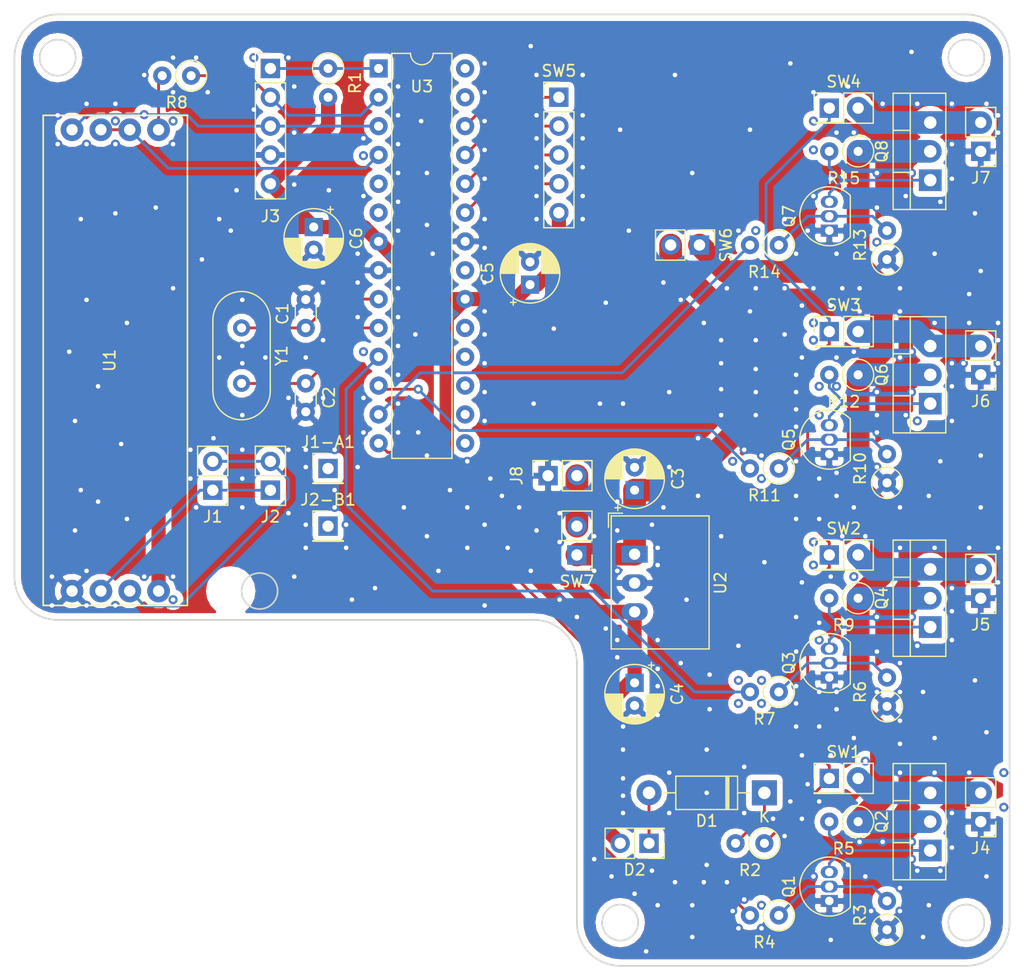
<source format=kicad_pcb>
(kicad_pcb (version 20171130) (host pcbnew "(5.0.1)-4")
  (layers (0 F.Cu signal) (31 B.Cu signal) (34 B.Paste user) (35 F.Paste user) (36 B.SilkS user) (37 F.SilkS user) (38 B.Mask user) (39 F.Mask user) (44 Edge.Cuts user))
  (net 0 "")
  (net 1 "Net-(C1-Pad1)")
  (net 2 GND)
  (net 3 "Net-(C2-Pad1)")
  (net 4 "Net-(C3-Pad1)")
  (net 5 +3V3)
  (net 6 "Net-(D1-Pad1)")
  (net 7 "Net-(D1-Pad2)")
  (net 8 "Net-(J1-Pad1)")
  (net 9 "Net-(J1-Pad2)")
  (net 10 "Net-(J3-Pad3)")
  (net 11 "Net-(J3-Pad2)")
  (net 12 "Net-(J3-Pad1)")
  (net 13 "Net-(J4-Pad2)")
  (net 14 "Net-(J5-Pad2)")
  (net 15 "Net-(J6-Pad2)")
  (net 16 "Net-(J7-Pad2)")
  (net 17 +28V)
  (net 18 "Net-(J1-A1-Pad1)")
  (net 19 "Net-(Q1-Pad2)")
  (net 20 "Net-(Q1-Pad3)")
  (net 21 "Net-(Q2-Pad2)")
  (net 22 "Net-(Q3-Pad2)")
  (net 23 "Net-(Q3-Pad3)")
  (net 24 "Net-(Q5-Pad3)")
  (net 25 "Net-(Q5-Pad2)")
  (net 26 "Net-(Q7-Pad3)")
  (net 27 "Net-(Q7-Pad2)")
  (net 28 "Net-(R2-Pad1)")
  (net 29 "Net-(R4-Pad2)")
  (net 30 "Net-(R7-Pad2)")
  (net 31 "Net-(R8-Pad2)")
  (net 32 "Net-(R11-Pad2)")
  (net 33 "Net-(R14-Pad2)")
  (net 34 "Net-(SW5-Pad1)")
  (net 35 "Net-(SW5-Pad2)")
  (net 36 "Net-(SW5-Pad3)")
  (net 37 "Net-(SW5-Pad4)")
  (net 38 "Net-(U1-Pad2)")
  (net 39 "Net-(U3-Pad15)")
  (net 40 "Net-(U3-Pad16)")
  (net 41 "Net-(U3-Pad17)")
  (net 42 "Net-(U3-Pad18)")
  (net 43 "Net-(U3-Pad5)")
  (net 44 "Net-(U3-Pad19)")
  (net 45 "Net-(U3-Pad6)")
  (net 46 "Net-(U3-Pad21)")
  (net 47 "Net-(U3-Pad27)")
  (net 48 "Net-(U3-Pad28)")
  (module Connector_PinHeader_2.54mm:PinHeader_2x01_P2.54mm_Vertical (layer F.Cu) (at 111.125 94.615)
    (fp_text reference SW2 (at 1.27 -2.33) (layer F.SilkS))
    (fp_text value Continuity_2)
    (pad 1 thru_hole rect (at 0 0) (size 1.7 1.7) (drill 1) (layers *.Cu *.Mask) (net 28 "Net-(R2-Pad1)"))
    (pad 2 thru_hole oval (at 2.54 0) (size 1.7 1.7) (drill 1) (layers *.Cu *.Mask) (net 14 "Net-(J5-Pad2)"))
  )
  (module Capacitor_THT:CP_Radial_D5.0mm_P2.00mm (layer F.Cu) (at 93.98 88.9 90)
    (fp_text reference C3 (at 1 3.81 90) (layer F.SilkS))
    (fp_text value 10uF)
    (pad 1 thru_hole rect (at 0 0 90) (size 1.6 1.6) (drill 0.8) (layers *.Cu *.Mask) (net 4 "Net-(C3-Pad1)"))
    (pad 2 thru_hole circle (at 2 0 90) (size 1.6 1.6) (drill 0.8) (layers *.Cu *.Mask) (net 2 GND))
  )
  (module Package_TO_SOT_THT:TO-220-3_Vertical (layer F.Cu) (at 120.015 120.65 90)
    (fp_text reference Q2 (at 2.54 -4.27 90) (layer F.SilkS))
    (fp_text value FQP8P10)
    (pad 3 thru_hole oval (at 5.08 0 90) (size 1.905 2) (drill 1.1) (layers *.Cu *.Mask) (net 13 "Net-(J4-Pad2)"))
    (pad 2 thru_hole oval (at 2.54 0 90) (size 1.905 2) (drill 1.1) (layers *.Cu *.Mask) (net 21 "Net-(Q2-Pad2)"))
    (pad 1 thru_hole rect (at 0 0 90) (size 1.905 2) (drill 1.1) (layers *.Cu *.Mask) (net 20 "Net-(Q1-Pad3)"))
  )
  (module Capacitor_THT:C_Disc_D3.0mm_W1.6mm_P2.50mm (layer F.Cu) (at 65.024 74.6125 90)
    (fp_text reference C1 (at 1.25 -2.05 90) (layer F.SilkS))
    (fp_text value 22pF)
    (pad 1 thru_hole circle (at 0 0 90) (size 1.6 1.6) (drill 0.8) (layers *.Cu *.Mask) (net 1 "Net-(C1-Pad1)"))
    (pad 2 thru_hole circle (at 2.5 0 90) (size 1.6 1.6) (drill 0.8) (layers *.Cu *.Mask) (net 2 GND))
  )
  (module Capacitor_THT:C_Disc_D3.0mm_W1.6mm_P2.50mm (layer F.Cu) (at 65.024 79.502 270)
    (fp_text reference C2 (at 1.25 -2.05 270) (layer F.SilkS))
    (fp_text value 22pF)
    (pad 2 thru_hole circle (at 2.5 0 270) (size 1.6 1.6) (drill 0.8) (layers *.Cu *.Mask) (net 2 GND))
    (pad 1 thru_hole circle (at 0 0 270) (size 1.6 1.6) (drill 0.8) (layers *.Cu *.Mask) (net 3 "Net-(C2-Pad1)"))
  )
  (module Capacitor_THT:CP_Radial_D5.0mm_P2.00mm (layer F.Cu) (at 93.98 105.878103 270)
    (fp_text reference C4 (at 1 -3.75 270) (layer F.SilkS))
    (fp_text value 10uF)
    (pad 2 thru_hole circle (at 2 0 270) (size 1.6 1.6) (drill 0.8) (layers *.Cu *.Mask) (net 2 GND))
    (pad 1 thru_hole rect (at 0 0 270) (size 1.6 1.6) (drill 0.8) (layers *.Cu *.Mask) (net 5 +3V3))
  )
  (module Capacitor_THT:CP_Radial_D5.0mm_P2.00mm (layer F.Cu) (at 84.7725 70.8025 90)
    (fp_text reference C5 (at 1 -3.75 90) (layer F.SilkS))
    (fp_text value 10uF)
    (pad 1 thru_hole rect (at 0 0 90) (size 1.6 1.6) (drill 0.8) (layers *.Cu *.Mask) (net 5 +3V3))
    (pad 2 thru_hole circle (at 2 0 90) (size 1.6 1.6) (drill 0.8) (layers *.Cu *.Mask) (net 2 GND))
  )
  (module Capacitor_THT:CP_Radial_D5.0mm_P2.00mm (layer F.Cu) (at 65.7225 65.7225 270)
    (fp_text reference C6 (at 1 -3.75 270) (layer F.SilkS))
    (fp_text value 10uF)
    (pad 2 thru_hole circle (at 2 0 270) (size 1.6 1.6) (drill 0.8) (layers *.Cu *.Mask) (net 2 GND))
    (pad 1 thru_hole rect (at 0 0 270) (size 1.6 1.6) (drill 0.8) (layers *.Cu *.Mask) (net 5 +3V3))
  )
  (module Diode_THT:D_DO-41_SOD81_P10.16mm_Horizontal (layer F.Cu) (at 105.41 115.57 180)
    (fp_text reference D1 (at 5.08 -2.47 180) (layer F.SilkS))
    (fp_text value 1N4007-G)
    (fp_text user K (at 0 -2.1 180) (layer F.SilkS))
    (pad 1 thru_hole rect (at 0 0 180) (size 2.2 2.2) (drill 1.1) (layers *.Cu *.Mask) (net 6 "Net-(D1-Pad1)"))
    (pad 2 thru_hole oval (at 10.16 0 180) (size 2.2 2.2) (drill 1.1) (layers *.Cu *.Mask) (net 7 "Net-(D1-Pad2)"))
  )
  (module Connector_PinHeader_2.54mm:PinHeader_2x01_P2.54mm_Vertical (layer F.Cu) (at 95.25 120.015 180)
    (fp_text reference D2 (at 1.27 -2.33 180) (layer F.SilkS))
    (fp_text value LED)
    (pad 2 thru_hole oval (at 2.54 0 180) (size 1.7 1.7) (drill 1) (layers *.Cu *.Mask) (net 5 +3V3))
    (pad 1 thru_hole rect (at 0 0 180) (size 1.7 1.7) (drill 1) (layers *.Cu *.Mask) (net 7 "Net-(D1-Pad2)"))
  )
  (module Connector_PinHeader_2.54mm:PinHeader_1x02_P2.54mm_Vertical (layer F.Cu) (at 56.831828 88.906699 180)
    (fp_text reference J1 (at 0 -2.33 180) (layer F.SilkS))
    (fp_text value Network_A)
    (pad 1 thru_hole rect (at 0 0 180) (size 1.7 1.7) (drill 1) (layers *.Cu *.Mask) (net 8 "Net-(J1-Pad1)"))
    (pad 2 thru_hole oval (at 0 2.54 180) (size 1.7 1.7) (drill 1) (layers *.Cu *.Mask) (net 9 "Net-(J1-Pad2)"))
  )
  (module Connector_PinHeader_2.54mm:PinHeader_1x02_P2.54mm_Vertical (layer F.Cu) (at 61.911828 88.906699 180)
    (fp_text reference J2 (at 0 -2.33 180) (layer F.SilkS))
    (fp_text value Network_B)
    (pad 1 thru_hole rect (at 0 0 180) (size 1.7 1.7) (drill 1) (layers *.Cu *.Mask) (net 8 "Net-(J1-Pad1)"))
    (pad 2 thru_hole oval (at 0 2.54 180) (size 1.7 1.7) (drill 1) (layers *.Cu *.Mask) (net 9 "Net-(J1-Pad2)"))
  )
  (module Connector_PinHeader_2.54mm:PinHeader_1x05_P2.54mm_Vertical (layer F.Cu) (at 61.9125 51.7525)
    (fp_text reference J3 (at 0 13.0175) (layer F.SilkS))
    (fp_text value Arduino_Prog)
    (pad 5 thru_hole oval (at 0 10.16) (size 1.7 1.7) (drill 1) (layers *.Cu *.Mask) (net 5 +3V3))
    (pad 4 thru_hole oval (at 0 7.62) (size 1.7 1.7) (drill 1) (layers *.Cu *.Mask) (net 2 GND))
    (pad 3 thru_hole oval (at 0 5.08) (size 1.7 1.7) (drill 1) (layers *.Cu *.Mask) (net 10 "Net-(J3-Pad3)"))
    (pad 2 thru_hole oval (at 0 2.54) (size 1.7 1.7) (drill 1) (layers *.Cu *.Mask) (net 11 "Net-(J3-Pad2)"))
    (pad 1 thru_hole rect (at 0 0) (size 1.7 1.7) (drill 1) (layers *.Cu *.Mask) (net 12 "Net-(J3-Pad1)"))
  )
  (module Connector_PinHeader_2.54mm:PinHeader_1x02_P2.54mm_Vertical (layer F.Cu) (at 124.46 118.11 180)
    (fp_text reference J4 (at 0 -2.33 180) (layer F.SilkS))
    (fp_text value Igniter_1)
    (pad 1 thru_hole rect (at 0 0 180) (size 1.7 1.7) (drill 1) (layers *.Cu *.Mask) (net 2 GND))
    (pad 2 thru_hole oval (at 0 2.54 180) (size 1.7 1.7) (drill 1) (layers *.Cu *.Mask) (net 13 "Net-(J4-Pad2)"))
  )
  (module Connector_PinHeader_2.54mm:PinHeader_1x02_P2.54mm_Vertical (layer F.Cu) (at 124.46 98.425 180)
    (fp_text reference J5 (at 0 -2.33 180) (layer F.SilkS))
    (fp_text value Igniter_2)
    (pad 2 thru_hole oval (at 0 2.54 180) (size 1.7 1.7) (drill 1) (layers *.Cu *.Mask) (net 14 "Net-(J5-Pad2)"))
    (pad 1 thru_hole rect (at 0 0 180) (size 1.7 1.7) (drill 1) (layers *.Cu *.Mask) (net 2 GND))
  )
  (module Connector_PinHeader_2.54mm:PinHeader_1x02_P2.54mm_Vertical (layer F.Cu) (at 124.46 78.74 180)
    (fp_text reference J6 (at 0 -2.33 180) (layer F.SilkS))
    (fp_text value Igniter_3)
    (pad 2 thru_hole oval (at 0 2.54 180) (size 1.7 1.7) (drill 1) (layers *.Cu *.Mask) (net 15 "Net-(J6-Pad2)"))
    (pad 1 thru_hole rect (at 0 0 180) (size 1.7 1.7) (drill 1) (layers *.Cu *.Mask) (net 2 GND))
  )
  (module Connector_PinHeader_2.54mm:PinHeader_1x02_P2.54mm_Vertical (layer F.Cu) (at 124.46 59.055 180)
    (fp_text reference J7 (at 0 -2.33 180) (layer F.SilkS))
    (fp_text value Igniter_4)
    (pad 2 thru_hole oval (at 0 2.54 180) (size 1.7 1.7) (drill 1) (layers *.Cu *.Mask) (net 16 "Net-(J7-Pad2)"))
    (pad 1 thru_hole rect (at 0 0 180) (size 1.7 1.7) (drill 1) (layers *.Cu *.Mask) (net 2 GND))
  )
  (module Connector_PinSocket_2.54mm:PinSocket_1x02_P2.54mm_Vertical (layer F.Cu) (at 86.36 87.63 90)
    (fp_text reference J8 (at 0 -2.77 90) (layer F.SilkS))
    (fp_text value Battery)
    (pad 1 thru_hole rect (at 0 0 90) (size 1.7 1.7) (drill 1) (layers *.Cu *.Mask) (net 2 GND))
    (pad 2 thru_hole oval (at 0 2.54 90) (size 1.7 1.7) (drill 1) (layers *.Cu *.Mask) (net 17 +28V))
  )
  (module Connector_PinHeader_2.54mm:PinHeader_1x01_P2.54mm_Vertical (layer F.Cu) (at 66.985801 86.994328)
    (fp_text reference J1-A1 (at 0 -2.33) (layer F.SilkS))
    (fp_text value Network_shield)
    (pad 1 thru_hole rect (at 0 0) (size 1.7 1.7) (drill 1) (layers *.Cu *.Mask) (net 18 "Net-(J1-A1-Pad1)"))
  )
  (module Connector_PinHeader_2.54mm:PinHeader_1x01_P2.54mm_Vertical (layer F.Cu) (at 66.985801 92.075)
    (fp_text reference J2-B1 (at 0 -2.33) (layer F.SilkS))
    (fp_text value Network_shield)
    (pad 1 thru_hole rect (at 0 0) (size 1.7 1.7) (drill 1) (layers *.Cu *.Mask) (net 18 "Net-(J1-A1-Pad1)"))
  )
  (module Package_TO_SOT_THT:TO-92_Inline (layer F.Cu) (at 111.125 125.095 90)
    (fp_text reference Q1 (at 1.27 -3.56 90) (layer F.SilkS))
    (fp_text value 2N7000)
    (pad 2 thru_hole oval (at 1.27 0 90) (size 1.05 1.5) (drill 0.75) (layers *.Cu *.Mask) (net 19 "Net-(Q1-Pad2)"))
    (pad 3 thru_hole oval (at 2.54 0 90) (size 1.05 1.5) (drill 0.75) (layers *.Cu *.Mask) (net 20 "Net-(Q1-Pad3)"))
    (pad 1 thru_hole rect (at 0 0 90) (size 1.05 1.5) (drill 0.75) (layers *.Cu *.Mask) (net 2 GND))
  )
  (module Package_TO_SOT_THT:TO-92_Inline (layer F.Cu) (at 111.125 105.41 90)
    (fp_text reference Q3 (at 1.27 -3.56 90) (layer F.SilkS))
    (fp_text value 2N7000)
    (pad 2 thru_hole oval (at 1.27 0 90) (size 1.05 1.5) (drill 0.75) (layers *.Cu *.Mask) (net 22 "Net-(Q3-Pad2)"))
    (pad 3 thru_hole oval (at 2.54 0 90) (size 1.05 1.5) (drill 0.75) (layers *.Cu *.Mask) (net 23 "Net-(Q3-Pad3)"))
    (pad 1 thru_hole rect (at 0 0 90) (size 1.05 1.5) (drill 0.75) (layers *.Cu *.Mask) (net 2 GND))
  )
  (module Package_TO_SOT_THT:TO-220-3_Vertical (layer F.Cu) (at 120.015 100.965 90)
    (fp_text reference Q4 (at 2.54 -4.27 90) (layer F.SilkS))
    (fp_text value FQP8P10)
    (pad 1 thru_hole rect (at 0 0 90) (size 1.905 2) (drill 1.1) (layers *.Cu *.Mask) (net 23 "Net-(Q3-Pad3)"))
    (pad 2 thru_hole oval (at 2.54 0 90) (size 1.905 2) (drill 1.1) (layers *.Cu *.Mask) (net 21 "Net-(Q2-Pad2)"))
    (pad 3 thru_hole oval (at 5.08 0 90) (size 1.905 2) (drill 1.1) (layers *.Cu *.Mask) (net 14 "Net-(J5-Pad2)"))
  )
  (module Package_TO_SOT_THT:TO-92_Inline (layer F.Cu) (at 111.125 85.725 90)
    (fp_text reference Q5 (at 1.27 -3.56 90) (layer F.SilkS))
    (fp_text value 2N7000)
    (pad 1 thru_hole rect (at 0 0 90) (size 1.05 1.5) (drill 0.75) (layers *.Cu *.Mask) (net 2 GND))
    (pad 3 thru_hole oval (at 2.54 0 90) (size 1.05 1.5) (drill 0.75) (layers *.Cu *.Mask) (net 24 "Net-(Q5-Pad3)"))
    (pad 2 thru_hole oval (at 1.27 0 90) (size 1.05 1.5) (drill 0.75) (layers *.Cu *.Mask) (net 25 "Net-(Q5-Pad2)"))
  )
  (module Package_TO_SOT_THT:TO-220-3_Vertical (layer F.Cu) (at 120.015 81.28 90)
    (fp_text reference Q6 (at 2.54 -4.27 90) (layer F.SilkS))
    (fp_text value FQP8P10)
    (pad 3 thru_hole oval (at 5.08 0 90) (size 1.905 2) (drill 1.1) (layers *.Cu *.Mask) (net 15 "Net-(J6-Pad2)"))
    (pad 2 thru_hole oval (at 2.54 0 90) (size 1.905 2) (drill 1.1) (layers *.Cu *.Mask) (net 21 "Net-(Q2-Pad2)"))
    (pad 1 thru_hole rect (at 0 0 90) (size 1.905 2) (drill 1.1) (layers *.Cu *.Mask) (net 24 "Net-(Q5-Pad3)"))
  )
  (module Package_TO_SOT_THT:TO-92_Inline (layer F.Cu) (at 111.125 66.04 90)
    (fp_text reference Q7 (at 1.27 -3.56 90) (layer F.SilkS))
    (fp_text value 2N7000)
    (pad 1 thru_hole rect (at 0 0 90) (size 1.05 1.5) (drill 0.75) (layers *.Cu *.Mask) (net 2 GND))
    (pad 3 thru_hole oval (at 2.54 0 90) (size 1.05 1.5) (drill 0.75) (layers *.Cu *.Mask) (net 26 "Net-(Q7-Pad3)"))
    (pad 2 thru_hole oval (at 1.27 0 90) (size 1.05 1.5) (drill 0.75) (layers *.Cu *.Mask) (net 27 "Net-(Q7-Pad2)"))
  )
  (module Package_TO_SOT_THT:TO-220-3_Vertical (layer F.Cu) (at 120.015 61.595 90)
    (fp_text reference Q8 (at 2.54 -4.27 90) (layer F.SilkS))
    (fp_text value FQP8P10)
    (pad 1 thru_hole rect (at 0 0 90) (size 1.905 2) (drill 1.1) (layers *.Cu *.Mask) (net 26 "Net-(Q7-Pad3)"))
    (pad 2 thru_hole oval (at 2.54 0 90) (size 1.905 2) (drill 1.1) (layers *.Cu *.Mask) (net 21 "Net-(Q2-Pad2)"))
    (pad 3 thru_hole oval (at 5.08 0 90) (size 1.905 2) (drill 1.1) (layers *.Cu *.Mask) (net 16 "Net-(J7-Pad2)"))
  )
  (module Connector_PinHeader_2.54mm:PinHeader_2x01_P2.54mm_Vertical (layer F.Cu) (at 111.125 114.3)
    (fp_text reference SW1 (at 1.27 -2.33) (layer F.SilkS))
    (fp_text value Continuity_1)
    (pad 2 thru_hole oval (at 2.54 0) (size 1.7 1.7) (drill 1) (layers *.Cu *.Mask) (net 13 "Net-(J4-Pad2)"))
    (pad 1 thru_hole rect (at 0 0) (size 1.7 1.7) (drill 1) (layers *.Cu *.Mask) (net 28 "Net-(R2-Pad1)"))
  )
  (module Connector_PinHeader_2.54mm:PinHeader_2x01_P2.54mm_Vertical (layer F.Cu) (at 111.125 74.93)
    (fp_text reference SW3 (at 1.27 -2.33) (layer F.SilkS))
    (fp_text value Continuity_3)
    (pad 1 thru_hole rect (at 0 0) (size 1.7 1.7) (drill 1) (layers *.Cu *.Mask) (net 28 "Net-(R2-Pad1)"))
    (pad 2 thru_hole oval (at 2.54 0) (size 1.7 1.7) (drill 1) (layers *.Cu *.Mask) (net 15 "Net-(J6-Pad2)"))
  )
  (module Connector_PinHeader_2.54mm:PinHeader_2x01_P2.54mm_Vertical (layer F.Cu) (at 111.125 55.245)
    (fp_text reference SW4 (at 1.27 -2.33) (layer F.SilkS))
    (fp_text value Continuity_4)
    (pad 1 thru_hole rect (at 0 0) (size 1.7 1.7) (drill 1) (layers *.Cu *.Mask) (net 28 "Net-(R2-Pad1)"))
    (pad 2 thru_hole oval (at 2.54 0) (size 1.7 1.7) (drill 1) (layers *.Cu *.Mask) (net 16 "Net-(J7-Pad2)"))
  )
  (module Connector_PinHeader_2.54mm:PinHeader_1x05_P2.54mm_Vertical (layer F.Cu) (at 87.3125 54.2925)
    (fp_text reference SW5 (at 0 -2.33) (layer F.SilkS))
    (fp_text value Range-Selection)
    (pad 1 thru_hole rect (at 0 0) (size 1.7 1.7) (drill 1) (layers *.Cu *.Mask) (net 34 "Net-(SW5-Pad1)"))
    (pad 2 thru_hole oval (at 0 2.54) (size 1.7 1.7) (drill 1) (layers *.Cu *.Mask) (net 35 "Net-(SW5-Pad2)"))
    (pad 3 thru_hole oval (at 0 5.08) (size 1.7 1.7) (drill 1) (layers *.Cu *.Mask) (net 36 "Net-(SW5-Pad3)"))
    (pad 4 thru_hole oval (at 0 7.62) (size 1.7 1.7) (drill 1) (layers *.Cu *.Mask) (net 37 "Net-(SW5-Pad4)"))
    (pad 5 thru_hole oval (at 0 10.16) (size 1.7 1.7) (drill 1) (layers *.Cu *.Mask) (net 5 +3V3))
  )
  (module Connector_PinHeader_2.54mm:PinHeader_1x02_P2.54mm_Vertical (layer F.Cu) (at 99.695 67.31 270)
    (fp_text reference SW6 (at 0 -2.33 270) (layer F.SilkS))
    (fp_text value Key-Switch)
    (pad 1 thru_hole rect (at 0 0 270) (size 1.7 1.7) (drill 1) (layers *.Cu *.Mask) (net 21 "Net-(Q2-Pad2)"))
    (pad 2 thru_hole oval (at 0 2.54 270) (size 1.7 1.7) (drill 1) (layers *.Cu *.Mask) (net 4 "Net-(C3-Pad1)"))
  )
  (module Connector_PinHeader_2.54mm:PinHeader_1x02_P2.54mm_Vertical (layer F.Cu) (at 88.9 94.615 180)
    (fp_text reference SW7 (at 0 -2.33 180) (layer F.SilkS))
    (fp_text value Main_Power)
    (pad 2 thru_hole oval (at 0 2.54 180) (size 1.7 1.7) (drill 1) (layers *.Cu *.Mask) (net 17 +28V))
    (pad 1 thru_hole rect (at 0 0 180) (size 1.7 1.7) (drill 1) (layers *.Cu *.Mask) (net 4 "Net-(C3-Pad1)"))
  )
  (module "Junk_Footprints:MAX485 Breakout" (layer F.Cu) (at 48.253301 77.469328 270)
    (fp_text reference U1 (at 0 0.5 270) (layer F.SilkS))
    (fp_text value MAX485_Module)
    (pad 2 thru_hole circle (at -20.32 -1.27 270) (size 2 2) (drill 1) (layers *.Cu *.Mask) (net 38 "Net-(U1-Pad2)"))
    (pad 1 thru_hole circle (at -20.32 -3.81 270) (size 2 2) (drill 1) (layers *.Cu *.Mask) (net 31 "Net-(R8-Pad2)"))
    (pad 3 thru_hole circle (at -20.32 1.27 270) (size 2 2) (drill 1) (layers *.Cu *.Mask) (net 38 "Net-(U1-Pad2)"))
    (pad 4 thru_hole circle (at -20.32 3.81 270) (size 2 2) (drill 1) (layers *.Cu *.Mask) (net 10 "Net-(J3-Pad3)"))
    (pad 8 thru_hole circle (at 20.32 3.81 270) (size 2 2) (drill 1) (layers *.Cu *.Mask) (net 2 GND))
    (pad 7 thru_hole circle (at 20.32 1.27 270) (size 2 2) (drill 1) (layers *.Cu *.Mask) (net 8 "Net-(J1-Pad1)"))
    (pad 6 thru_hole circle (at 20.32 -1.27 270) (size 2 2) (drill 1) (layers *.Cu *.Mask) (net 9 "Net-(J1-Pad2)"))
    (pad 5 thru_hole circle (at 20.32 -3.81 270) (size 2 2) (drill 1) (layers *.Cu *.Mask) (net 5 +3V3))
  )
  (module Converter_DCDC:Converter_DCDC_RECOM_R-78E-0.5_THT (layer F.Cu) (at 93.98 94.543103 270)
    (fp_text reference U2 (at 2.54 -7.56 270) (layer F.SilkS))
    (fp_text value R-78E3.3-0.5)
    (pad 1 thru_hole rect (at 0 0 270) (size 1.5 2.3) (drill 1) (layers *.Cu *.Mask) (net 4 "Net-(C3-Pad1)"))
    (pad 2 thru_hole oval (at 2.54 0 270) (size 1.5 2.3) (drill 1) (layers *.Cu *.Mask) (net 2 GND))
    (pad 3 thru_hole oval (at 5.08 0 270) (size 1.5 2.3) (drill 1) (layers *.Cu *.Mask) (net 5 +3V3))
  )
  (module Package_DIP:DIP-28_W7.62mm (layer F.Cu) (at 71.4375 51.7525)
    (fp_text reference U3 (at 3.81 1.5875) (layer F.SilkS))
    (fp_text value ATmega328P-PU)
    (pad 1 thru_hole rect (at 0 0) (size 1.6 1.6) (drill 0.8) (layers *.Cu *.Mask) (net 12 "Net-(J3-Pad1)"))
    (pad 15 thru_hole oval (at 7.62 33.02) (size 1.6 1.6) (drill 0.8) (layers *.Cu *.Mask) (net 39 "Net-(U3-Pad15)"))
    (pad 2 thru_hole oval (at 0 2.54) (size 1.6 1.6) (drill 0.8) (layers *.Cu *.Mask) (net 11 "Net-(J3-Pad2)"))
    (pad 16 thru_hole oval (at 7.62 30.48) (size 1.6 1.6) (drill 0.8) (layers *.Cu *.Mask) (net 40 "Net-(U3-Pad16)"))
    (pad 3 thru_hole oval (at 0 5.08) (size 1.6 1.6) (drill 0.8) (layers *.Cu *.Mask) (net 10 "Net-(J3-Pad3)"))
    (pad 17 thru_hole oval (at 7.62 27.94) (size 1.6 1.6) (drill 0.8) (layers *.Cu *.Mask) (net 41 "Net-(U3-Pad17)"))
    (pad 4 thru_hole oval (at 0 7.62) (size 1.6 1.6) (drill 0.8) (layers *.Cu *.Mask) (net 38 "Net-(U1-Pad2)"))
    (pad 18 thru_hole oval (at 7.62 25.4) (size 1.6 1.6) (drill 0.8) (layers *.Cu *.Mask) (net 42 "Net-(U3-Pad18)"))
    (pad 5 thru_hole oval (at 0 10.16) (size 1.6 1.6) (drill 0.8) (layers *.Cu *.Mask) (net 43 "Net-(U3-Pad5)"))
    (pad 19 thru_hole oval (at 7.62 22.86) (size 1.6 1.6) (drill 0.8) (layers *.Cu *.Mask) (net 44 "Net-(U3-Pad19)"))
    (pad 6 thru_hole oval (at 0 12.7) (size 1.6 1.6) (drill 0.8) (layers *.Cu *.Mask) (net 45 "Net-(U3-Pad6)"))
    (pad 20 thru_hole oval (at 7.62 20.32) (size 1.6 1.6) (drill 0.8) (layers *.Cu *.Mask) (net 5 +3V3))
    (pad 7 thru_hole oval (at 0 15.24) (size 1.6 1.6) (drill 0.8) (layers *.Cu *.Mask) (net 5 +3V3))
    (pad 21 thru_hole oval (at 7.62 17.78) (size 1.6 1.6) (drill 0.8) (layers *.Cu *.Mask) (net 46 "Net-(U3-Pad21)"))
    (pad 8 thru_hole oval (at 0 17.78) (size 1.6 1.6) (drill 0.8) (layers *.Cu *.Mask) (net 2 GND))
    (pad 22 thru_hole oval (at 7.62 15.24) (size 1.6 1.6) (drill 0.8) (layers *.Cu *.Mask) (net 2 GND))
    (pad 9 thru_hole oval (at 0 20.32) (size 1.6 1.6) (drill 0.8) (layers *.Cu *.Mask) (net 1 "Net-(C1-Pad1)"))
    (pad 23 thru_hole oval (at 7.62 12.7) (size 1.6 1.6) (drill 0.8) (layers *.Cu *.Mask) (net 37 "Net-(SW5-Pad4)"))
    (pad 10 thru_hole oval (at 0 22.86) (size 1.6 1.6) (drill 0.8) (layers *.Cu *.Mask) (net 3 "Net-(C2-Pad1)"))
    (pad 24 thru_hole oval (at 7.62 10.16) (size 1.6 1.6) (drill 0.8) (layers *.Cu *.Mask) (net 36 "Net-(SW5-Pad3)"))
    (pad 11 thru_hole oval (at 0 25.4) (size 1.6 1.6) (drill 0.8) (layers *.Cu *.Mask) (net 30 "Net-(R7-Pad2)"))
    (pad 25 thru_hole oval (at 7.62 7.62) (size 1.6 1.6) (drill 0.8) (layers *.Cu *.Mask) (net 35 "Net-(SW5-Pad2)"))
    (pad 12 thru_hole oval (at 0 27.94) (size 1.6 1.6) (drill 0.8) (layers *.Cu *.Mask) (net 32 "Net-(R11-Pad2)"))
    (pad 26 thru_hole oval (at 7.62 5.08) (size 1.6 1.6) (drill 0.8) (layers *.Cu *.Mask) (net 34 "Net-(SW5-Pad1)"))
    (pad 13 thru_hole oval (at 0 30.48) (size 1.6 1.6) (drill 0.8) (layers *.Cu *.Mask) (net 33 "Net-(R14-Pad2)"))
    (pad 27 thru_hole oval (at 7.62 2.54) (size 1.6 1.6) (drill 0.8) (layers *.Cu *.Mask) (net 47 "Net-(U3-Pad27)"))
    (pad 14 thru_hole oval (at 0 33.02) (size 1.6 1.6) (drill 0.8) (layers *.Cu *.Mask) (net 29 "Net-(R4-Pad2)"))
    (pad 28 thru_hole oval (at 7.62 0) (size 1.6 1.6) (drill 0.8) (layers *.Cu *.Mask) (net 48 "Net-(U3-Pad28)"))
  )
  (module Crystal:Crystal_HC49-U_Vertical (layer F.Cu) (at 59.3725 74.6125 270)
    (fp_text reference Y1 (at 2.44 -3.525 270) (layer F.SilkS))
    (fp_text value 16MHz)
    (pad 1 thru_hole circle (at 0 0 270) (size 1.5 1.5) (drill 0.8) (layers *.Cu *.Mask) (net 1 "Net-(C1-Pad1)"))
    (pad 2 thru_hole circle (at 4.88 0 270) (size 1.5 1.5) (drill 0.8) (layers *.Cu *.Mask) (net 3 "Net-(C2-Pad1)"))
  )
  (module Resistor_THT:R_Axial_DIN0207_L6.3mm_D2.5mm_P2.54mm_Vertical (layer F.Cu) (at 113.665 59.055 180)
    (fp_text reference R15 (at 1.27 -2.37 180) (layer F.SilkS))
    (fp_text value 10k)
    (pad 1 thru_hole circle (at 0 0 180) (size 1.6 1.6) (drill 0.8) (layers *.Cu *.Mask) (net 21 "Net-(Q2-Pad2)"))
    (pad 2 thru_hole oval (at 2.54 0 180) (size 1.6 1.6) (drill 0.8) (layers *.Cu *.Mask) (net 26 "Net-(Q7-Pad3)"))
  )
  (module Resistor_THT:R_Axial_DIN0207_L6.3mm_D2.5mm_P2.54mm_Vertical (layer F.Cu) (at 66.9925 51.7525 270)
    (fp_text reference R1 (at 1.27 -2.37 270) (layer F.SilkS))
    (fp_text value 10k)
    (pad 2 thru_hole oval (at 2.54 0 270) (size 1.6 1.6) (drill 0.8) (layers *.Cu *.Mask) (net 5 +3V3))
    (pad 1 thru_hole circle (at 0 0 270) (size 1.6 1.6) (drill 0.8) (layers *.Cu *.Mask) (net 12 "Net-(J3-Pad1)"))
  )
  (module Resistor_THT:R_Axial_DIN0207_L6.3mm_D2.5mm_P2.54mm_Vertical (layer F.Cu) (at 105.41 120.015 180)
    (fp_text reference R2 (at 1.27 -2.37 180) (layer F.SilkS))
    (fp_text value 1k)
    (pad 2 thru_hole oval (at 2.54 0 180) (size 1.6 1.6) (drill 0.8) (layers *.Cu *.Mask) (net 6 "Net-(D1-Pad1)"))
    (pad 1 thru_hole circle (at 0 0 180) (size 1.6 1.6) (drill 0.8) (layers *.Cu *.Mask) (net 28 "Net-(R2-Pad1)"))
  )
  (module Resistor_THT:R_Axial_DIN0207_L6.3mm_D2.5mm_P2.54mm_Vertical (layer F.Cu) (at 116.205 127.635 90)
    (fp_text reference R3 (at 1.27 -2.37 90) (layer F.SilkS))
    (fp_text value 10k)
    (pad 2 thru_hole oval (at 2.54 0 90) (size 1.6 1.6) (drill 0.8) (layers *.Cu *.Mask) (net 19 "Net-(Q1-Pad2)"))
    (pad 1 thru_hole circle (at 0 0 90) (size 1.6 1.6) (drill 0.8) (layers *.Cu *.Mask) (net 2 GND))
  )
  (module Resistor_THT:R_Axial_DIN0207_L6.3mm_D2.5mm_P2.54mm_Vertical (layer F.Cu) (at 106.68 126.365 180)
    (fp_text reference R4 (at 1.27 -2.37 180) (layer F.SilkS))
    (fp_text value 1k)
    (pad 1 thru_hole circle (at 0 0 180) (size 1.6 1.6) (drill 0.8) (layers *.Cu *.Mask) (net 19 "Net-(Q1-Pad2)"))
    (pad 2 thru_hole oval (at 2.54 0 180) (size 1.6 1.6) (drill 0.8) (layers *.Cu *.Mask) (net 29 "Net-(R4-Pad2)"))
  )
  (module Resistor_THT:R_Axial_DIN0207_L6.3mm_D2.5mm_P2.54mm_Vertical (layer F.Cu) (at 113.665 118.11 180)
    (fp_text reference R5 (at 1.27 -2.37 180) (layer F.SilkS))
    (fp_text value 10k)
    (pad 1 thru_hole circle (at 0 0 180) (size 1.6 1.6) (drill 0.8) (layers *.Cu *.Mask) (net 21 "Net-(Q2-Pad2)"))
    (pad 2 thru_hole oval (at 2.54 0 180) (size 1.6 1.6) (drill 0.8) (layers *.Cu *.Mask) (net 20 "Net-(Q1-Pad3)"))
  )
  (module Resistor_THT:R_Axial_DIN0207_L6.3mm_D2.5mm_P2.54mm_Vertical (layer F.Cu) (at 116.205 107.95 90)
    (fp_text reference R6 (at 1.27 -2.37 90) (layer F.SilkS))
    (fp_text value 10k)
    (pad 1 thru_hole circle (at 0 0 90) (size 1.6 1.6) (drill 0.8) (layers *.Cu *.Mask) (net 2 GND))
    (pad 2 thru_hole oval (at 2.54 0 90) (size 1.6 1.6) (drill 0.8) (layers *.Cu *.Mask) (net 22 "Net-(Q3-Pad2)"))
  )
  (module Resistor_THT:R_Axial_DIN0207_L6.3mm_D2.5mm_P2.54mm_Vertical (layer F.Cu) (at 106.68 106.68 180)
    (fp_text reference R7 (at 1.27 -2.37 180) (layer F.SilkS))
    (fp_text value 1k)
    (pad 2 thru_hole oval (at 2.54 0 180) (size 1.6 1.6) (drill 0.8) (layers *.Cu *.Mask) (net 30 "Net-(R7-Pad2)"))
    (pad 1 thru_hole circle (at 0 0 180) (size 1.6 1.6) (drill 0.8) (layers *.Cu *.Mask) (net 22 "Net-(Q3-Pad2)"))
  )
  (module Resistor_THT:R_Axial_DIN0207_L6.3mm_D2.5mm_P2.54mm_Vertical (layer F.Cu) (at 54.9275 52.3875 180)
    (fp_text reference R8 (at 1.27 -2.37 180) (layer F.SilkS))
    (fp_text value 4.7k)
    (pad 2 thru_hole oval (at 2.54 0 180) (size 1.6 1.6) (drill 0.8) (layers *.Cu *.Mask) (net 31 "Net-(R8-Pad2)"))
    (pad 1 thru_hole circle (at 0 0 180) (size 1.6 1.6) (drill 0.8) (layers *.Cu *.Mask) (net 11 "Net-(J3-Pad2)"))
  )
  (module Resistor_THT:R_Axial_DIN0207_L6.3mm_D2.5mm_P2.54mm_Vertical (layer F.Cu) (at 113.665 98.425 180)
    (fp_text reference R9 (at 1.27 -2.37 180) (layer F.SilkS))
    (fp_text value 10k)
    (pad 1 thru_hole circle (at 0 0 180) (size 1.6 1.6) (drill 0.8) (layers *.Cu *.Mask) (net 21 "Net-(Q2-Pad2)"))
    (pad 2 thru_hole oval (at 2.54 0 180) (size 1.6 1.6) (drill 0.8) (layers *.Cu *.Mask) (net 23 "Net-(Q3-Pad3)"))
  )
  (module Resistor_THT:R_Axial_DIN0207_L6.3mm_D2.5mm_P2.54mm_Vertical (layer F.Cu) (at 116.205 88.265 90)
    (fp_text reference R10 (at 1.27 -2.37 90) (layer F.SilkS))
    (fp_text value 10k)
    (pad 1 thru_hole circle (at 0 0 90) (size 1.6 1.6) (drill 0.8) (layers *.Cu *.Mask) (net 2 GND))
    (pad 2 thru_hole oval (at 2.54 0 90) (size 1.6 1.6) (drill 0.8) (layers *.Cu *.Mask) (net 25 "Net-(Q5-Pad2)"))
  )
  (module Resistor_THT:R_Axial_DIN0207_L6.3mm_D2.5mm_P2.54mm_Vertical (layer F.Cu) (at 106.68 86.995 180)
    (fp_text reference R11 (at 1.27 -2.37 180) (layer F.SilkS))
    (fp_text value 1k)
    (pad 2 thru_hole oval (at 2.54 0 180) (size 1.6 1.6) (drill 0.8) (layers *.Cu *.Mask) (net 32 "Net-(R11-Pad2)"))
    (pad 1 thru_hole circle (at 0 0 180) (size 1.6 1.6) (drill 0.8) (layers *.Cu *.Mask) (net 25 "Net-(Q5-Pad2)"))
  )
  (module Resistor_THT:R_Axial_DIN0207_L6.3mm_D2.5mm_P2.54mm_Vertical (layer F.Cu) (at 113.665 78.74 180)
    (fp_text reference R12 (at 1.27 -2.37 180) (layer F.SilkS))
    (fp_text value 10k)
    (pad 1 thru_hole circle (at 0 0 180) (size 1.6 1.6) (drill 0.8) (layers *.Cu *.Mask) (net 21 "Net-(Q2-Pad2)"))
    (pad 2 thru_hole oval (at 2.54 0 180) (size 1.6 1.6) (drill 0.8) (layers *.Cu *.Mask) (net 24 "Net-(Q5-Pad3)"))
  )
  (module Resistor_THT:R_Axial_DIN0207_L6.3mm_D2.5mm_P2.54mm_Vertical (layer F.Cu) (at 116.205 68.58 90)
    (fp_text reference R13 (at 1.27 -2.37 90) (layer F.SilkS))
    (fp_text value 10k)
    (pad 1 thru_hole circle (at 0 0 90) (size 1.6 1.6) (drill 0.8) (layers *.Cu *.Mask) (net 2 GND))
    (pad 2 thru_hole oval (at 2.54 0 90) (size 1.6 1.6) (drill 0.8) (layers *.Cu *.Mask) (net 27 "Net-(Q7-Pad2)"))
  )
  (module Resistor_THT:R_Axial_DIN0207_L6.3mm_D2.5mm_P2.54mm_Vertical (layer F.Cu) (at 106.68 67.31 180)
    (fp_text reference R14 (at 1.27 -2.37 180) (layer F.SilkS))
    (fp_text value 1k)
    (pad 2 thru_hole oval (at 2.54 0 180) (size 1.6 1.6) (drill 0.8) (layers *.Cu *.Mask) (net 33 "Net-(R14-Pad2)"))
    (pad 1 thru_hole circle (at 0 0 180) (size 1.6 1.6) (drill 0.8) (layers *.Cu *.Mask) (net 27 "Net-(Q7-Pad2)"))
  )
  (gr_line (start 39.37 96.52) (end 39.37 50.8) (layer Edge.Cuts) (width 0.15))
  (gr_line (start 88.9 127) (end 88.9 104.14) (layer Edge.Cuts) (width 0.15))
  (gr_line (start 85.09 100.33) (end 43.18 100.33) (layer Edge.Cuts) (width 0.15))
  (gr_arc (start 85.09 104.14) (end 88.9 104.14) (angle -90) (layer Edge.Cuts) (width 0.15))
  (gr_line (start 123.19 130.81) (end 92.71 130.81) (layer Edge.Cuts) (width 0.15))
  (gr_arc (start 92.71 127) (end 88.9 127) (angle -90) (layer Edge.Cuts) (width 0.15))
  (gr_arc (start 123.19 127) (end 123.19 130.81) (angle -90) (layer Edge.Cuts) (width 0.15))
  (gr_arc (start 43.18 96.52) (end 39.37 96.52) (angle -90) (layer Edge.Cuts) (width 0.15))
  (gr_line (start 123.19 46.99) (end 43.18 46.99) (layer Edge.Cuts) (width 0.15))
  (gr_arc (start 43.18 50.8) (end 43.18 46.99) (angle -90) (layer Edge.Cuts) (width 0.15))
  (gr_arc (start 123.19 50.8) (end 127 50.8) (angle -90) (layer Edge.Cuts) (width 0.15))
  (gr_circle (center 123.19 50.8) (end 123.19 49.2125) (layer Edge.Cuts) (width 0.15))
  (gr_circle (center 60.96 97.79) (end 62.5475 97.79) (layer Edge.Cuts) (width 0.15))
  (gr_circle (center 43.18 50.8) (end 41.5925 50.8) (layer Edge.Cuts) (width 0.15))
  (gr_circle (center 123.19 127) (end 124.7775 127) (layer Edge.Cuts) (width 0.15))
  (gr_circle (center 92.71 127) (end 92.71 125.4125) (layer Edge.Cuts) (width 0.15))
  (gr_line (start 127 50.8) (end 127 127) (layer Edge.Cuts) (width 0.15))
  (via (at 60.452 50.8) (size 0.8) (drill 0.4) (layers F.Cu B.Cu) (net 0))
  (via (at 70.104 59.436) (size 0.8) (drill 0.4) (layers F.Cu B.Cu) (net 0))
  (via (at 70.104 76.708) (size 0.8) (drill 0.4) (layers F.Cu B.Cu) (net 0))
  (via (at 53.34 98.552) (size 0.8) (drill 0.4) (layers F.Cu B.Cu) (net 0))
  (via (at 53.34 56.388) (size 0.8) (drill 0.4) (layers F.Cu B.Cu) (net 0))
  (via (at 48.26 56.388) (size 0.8) (drill 0.4) (layers F.Cu B.Cu) (net 0))
  (via (at 113.284 96.52) (size 0.8) (drill 0.4) (layers F.Cu B.Cu) (net 0))
  (via (at 109.728 93.472) (size 0.8) (drill 0.4) (layers F.Cu B.Cu) (net 0))
  (via (at 109.728 95.504) (size 0.8) (drill 0.4) (layers F.Cu B.Cu) (net 0))
  (via (at 110.236 102.108) (size 0.8) (drill 0.4) (layers F.Cu B.Cu) (net 0))
  (via (at 105.156 105.664) (size 0.8) (drill 0.4) (layers F.Cu B.Cu) (net 0))
  (via (at 105.156 107.696) (size 0.8) (drill 0.4) (layers F.Cu B.Cu) (net 0))
  (via (at 103.124 107.696) (size 0.8) (drill 0.4) (layers F.Cu B.Cu) (net 0))
  (via (at 103.124 105.664) (size 0.8) (drill 0.4) (layers F.Cu B.Cu) (net 0))
  (via (at 105.156 87.884) (size 0.8) (drill 0.4) (layers F.Cu B.Cu) (net 0))
  (via (at 102.616 86.36) (size 0.8) (drill 0.4) (layers F.Cu B.Cu) (net 0))
  (via (at 105.156 125.476) (size 0.8) (drill 0.4) (layers F.Cu B.Cu) (net 0))
  (via (at 126.492 113.792) (size 0.8) (drill 0.4) (layers F.Cu B.Cu) (net 0))
  (via (at 126.492 116.84) (size 0.8) (drill 0.4) (layers F.Cu B.Cu) (net 0))
  (via (at 118.872 82.804) (size 0.8) (drill 0.4) (layers F.Cu B.Cu) (net 0))
  (via (at 109.728 58.928) (size 0.8) (drill 0.4) (layers F.Cu B.Cu) (net 0))
  (via (at 109.728 56.388) (size 0.8) (drill 0.4) (layers F.Cu B.Cu) (net 0))
  (via (at 104.648 66.04) (size 0.8) (drill 0.4) (layers F.Cu B.Cu) (net 0))
  (via (at 109.728 74.168) (size 0.8) (drill 0.4) (layers F.Cu B.Cu) (net 0))
  (via (at 109.728 75.692) (size 0.8) (drill 0.4) (layers F.Cu B.Cu) (net 0))
  (via (at 110.236 79.756) (size 0.8) (drill 0.4) (layers F.Cu B.Cu) (net 0))
  (via (at 111.76 79.756) (size 0.8) (drill 0.4) (layers F.Cu B.Cu) (net 0))
  (via (at 110.236 82.296) (size 0.8) (drill 0.4) (layers F.Cu B.Cu) (net 0))
  (via (at 114.3 112.776) (size 0.8) (drill 0.4) (layers F.Cu B.Cu) (net 0))
  (via (at 115.316 67.056) (size 0.8) (drill 0.4) (layers F.Cu B.Cu) (net 0))
  (segment (start 67.564 72.0725) (end 65.024 74.6125) (width 0.25) (layer F.Cu) (net 1))
  (segment (start 71.4375 72.0725) (end 67.564 72.0725) (width 0.25) (layer F.Cu) (net 1))
  (segment (start 65.024 74.6125) (end 59.3725 74.6125) (width 0.25) (layer F.Cu) (net 1))
  (via (at 101.6 80.01) (size 0.8) (drill 0.4) (layers F.Cu B.Cu) (net 2))
  (via (at 105.41 95.25) (size 0.8) (drill 0.4) (layers F.Cu B.Cu) (net 2))
  (via (at 100.33 111.76) (size 0.8) (drill 0.4) (layers F.Cu B.Cu) (net 2))
  (via (at 100.33 115.57) (size 0.8) (drill 0.4) (layers F.Cu B.Cu) (net 2))
  (via (at 100.33 121.92) (size 0.8) (drill 0.4) (layers F.Cu B.Cu) (net 2))
  (via (at 99.06 128.27) (size 0.8) (drill 0.4) (layers F.Cu B.Cu) (net 2))
  (via (at 119.38 128.27) (size 0.8) (drill 0.4) (layers F.Cu B.Cu) (net 2))
  (via (at 74.93 83.82) (size 0.8) (drill 0.4) (layers F.Cu B.Cu) (net 2))
  (via (at 92.71 57.15) (size 0.8) (drill 0.4) (layers F.Cu B.Cu) (net 2))
  (via (at 104.14 57.15) (size 0.8) (drill 0.4) (layers F.Cu B.Cu) (net 2))
  (via (at 99.06 60.96) (size 0.8) (drill 0.4) (layers F.Cu B.Cu) (net 2))
  (via (at 91.44 72.39) (size 0.8) (drill 0.4) (layers F.Cu B.Cu) (net 2))
  (via (at 85.09 81.28) (size 0.8) (drill 0.4) (layers F.Cu B.Cu) (net 2))
  (via (at 73.152 53.34) (size 0.8) (drill 0.4) (layers F.Cu B.Cu) (net 2))
  (via (at 73.152 55.88) (size 0.8) (drill 0.4) (layers F.Cu B.Cu) (net 2))
  (via (at 73.152 58.42) (size 0.8) (drill 0.4) (layers F.Cu B.Cu) (net 2))
  (via (at 73.152 60.96) (size 0.8) (drill 0.4) (layers F.Cu B.Cu) (net 2))
  (via (at 73.152 63.5) (size 0.8) (drill 0.4) (layers F.Cu B.Cu) (net 2))
  (via (at 73.152 66.04) (size 0.8) (drill 0.4) (layers F.Cu B.Cu) (net 2))
  (via (at 73.152 71.12) (size 0.8) (drill 0.4) (layers F.Cu B.Cu) (net 2))
  (via (at 73.152 73.66) (size 0.8) (drill 0.4) (layers F.Cu B.Cu) (net 2))
  (via (at 73.152 76.2) (size 0.8) (drill 0.4) (layers F.Cu B.Cu) (net 2))
  (via (at 73.152 78.74) (size 0.8) (drill 0.4) (layers F.Cu B.Cu) (net 2))
  (via (at 73.152 81.28) (size 0.8) (drill 0.4) (layers F.Cu B.Cu) (net 2))
  (via (at 73.152 83.82) (size 0.8) (drill 0.4) (layers F.Cu B.Cu) (net 2))
  (via (at 80.772 82.804) (size 0.8) (drill 0.4) (layers F.Cu B.Cu) (net 2))
  (via (at 80.772 80.264) (size 0.8) (drill 0.4) (layers F.Cu B.Cu) (net 2))
  (via (at 80.772 77.724) (size 0.8) (drill 0.4) (layers F.Cu B.Cu) (net 2))
  (via (at 80.772 75.184) (size 0.8) (drill 0.4) (layers F.Cu B.Cu) (net 2))
  (via (at 80.772 73.152) (size 0.8) (drill 0.4) (layers F.Cu B.Cu) (net 2))
  (via (at 80.772 70.612) (size 0.8) (drill 0.4) (layers F.Cu B.Cu) (net 2))
  (via (at 80.772 67.564) (size 0.8) (drill 0.4) (layers F.Cu B.Cu) (net 2))
  (via (at 80.772 65.024) (size 0.8) (drill 0.4) (layers F.Cu B.Cu) (net 2))
  (via (at 80.772 61.468) (size 0.8) (drill 0.4) (layers F.Cu B.Cu) (net 2))
  (via (at 80.772 58.928) (size 0.8) (drill 0.4) (layers F.Cu B.Cu) (net 2))
  (via (at 80.772 56.388) (size 0.8) (drill 0.4) (layers F.Cu B.Cu) (net 2))
  (via (at 80.772 53.848) (size 0.8) (drill 0.4) (layers F.Cu B.Cu) (net 2))
  (via (at 80.772 51.308) (size 0.8) (drill 0.4) (layers F.Cu B.Cu) (net 2))
  (via (at 85.344 55.88) (size 0.8) (drill 0.4) (layers F.Cu B.Cu) (net 2))
  (via (at 85.344 57.912) (size 0.8) (drill 0.4) (layers F.Cu B.Cu) (net 2))
  (via (at 85.344 60.452) (size 0.8) (drill 0.4) (layers F.Cu B.Cu) (net 2))
  (via (at 85.344 62.992) (size 0.8) (drill 0.4) (layers F.Cu B.Cu) (net 2))
  (via (at 85.344 65.024) (size 0.8) (drill 0.4) (layers F.Cu B.Cu) (net 2))
  (via (at 89.408 65.024) (size 0.8) (drill 0.4) (layers F.Cu B.Cu) (net 2))
  (via (at 89.408 62.992) (size 0.8) (drill 0.4) (layers F.Cu B.Cu) (net 2))
  (via (at 89.408 60.452) (size 0.8) (drill 0.4) (layers F.Cu B.Cu) (net 2))
  (via (at 89.408 57.912) (size 0.8) (drill 0.4) (layers F.Cu B.Cu) (net 2))
  (via (at 89.408 55.88) (size 0.8) (drill 0.4) (layers F.Cu B.Cu) (net 2))
  (via (at 85.344 52.324) (size 0.8) (drill 0.4) (layers F.Cu B.Cu) (net 2))
  (via (at 89.408 52.324) (size 0.8) (drill 0.4) (layers F.Cu B.Cu) (net 2))
  (via (at 60.452 55.372) (size 0.8) (drill 0.4) (layers F.Cu B.Cu) (net 2))
  (via (at 63.5 50.8) (size 0.8) (drill 0.4) (layers F.Cu B.Cu) (net 2))
  (via (at 64.008 53.34) (size 0.8) (drill 0.4) (layers F.Cu B.Cu) (net 2))
  (via (at 64.008 57.404) (size 0.8) (drill 0.4) (layers F.Cu B.Cu) (net 2))
  (via (at 64.008 61.976) (size 0.8) (drill 0.4) (layers F.Cu B.Cu) (net 2))
  (via (at 70.104 62.992) (size 0.8) (drill 0.4) (layers F.Cu B.Cu) (net 2))
  (via (at 70.104 57.912) (size 0.8) (drill 0.4) (layers F.Cu B.Cu) (net 2))
  (via (at 67.056 62.484) (size 0.8) (drill 0.4) (layers F.Cu B.Cu) (net 2))
  (via (at 69.596 70.612) (size 0.8) (drill 0.4) (layers F.Cu B.Cu) (net 2))
  (via (at 69.596 68.072) (size 0.8) (drill 0.4) (layers F.Cu B.Cu) (net 2))
  (via (at 66.548 70.612) (size 0.8) (drill 0.4) (layers F.Cu B.Cu) (net 2))
  (via (at 69.596 73.66) (size 0.8) (drill 0.4) (layers F.Cu B.Cu) (net 2))
  (via (at 66.548 75.692) (size 0.8) (drill 0.4) (layers F.Cu B.Cu) (net 2))
  (via (at 59.436 76.2) (size 0.8) (drill 0.4) (layers F.Cu B.Cu) (net 2))
  (via (at 59.436 77.724) (size 0.8) (drill 0.4) (layers F.Cu B.Cu) (net 2))
  (via (at 61.468 77.216) (size 0.8) (drill 0.4) (layers F.Cu B.Cu) (net 2))
  (via (at 57.404 77.216) (size 0.8) (drill 0.4) (layers F.Cu B.Cu) (net 2))
  (via (at 59.436 72.136) (size 0.8) (drill 0.4) (layers F.Cu B.Cu) (net 2))
  (via (at 59.436 82.296) (size 0.8) (drill 0.4) (layers F.Cu B.Cu) (net 2))
  (via (at 63.5 80.772) (size 0.8) (drill 0.4) (layers F.Cu B.Cu) (net 2))
  (via (at 66.548 80.772) (size 0.8) (drill 0.4) (layers F.Cu B.Cu) (net 2))
  (via (at 65.024 77.216) (size 0.8) (drill 0.4) (layers F.Cu B.Cu) (net 2))
  (via (at 70.104 80.772) (size 0.8) (drill 0.4) (layers F.Cu B.Cu) (net 2))
  (via (at 70.104 83.82) (size 0.8) (drill 0.4) (layers F.Cu B.Cu) (net 2))
  (via (at 65.024 85.344) (size 0.8) (drill 0.4) (layers F.Cu B.Cu) (net 2))
  (via (at 67.564 85.344) (size 0.8) (drill 0.4) (layers F.Cu B.Cu) (net 2))
  (via (at 69.596 86.868) (size 0.8) (drill 0.4) (layers F.Cu B.Cu) (net 2))
  (via (at 67.564 88.9) (size 0.8) (drill 0.4) (layers F.Cu B.Cu) (net 2))
  (via (at 65.024 86.868) (size 0.8) (drill 0.4) (layers F.Cu B.Cu) (net 2))
  (via (at 65.024 93.98) (size 0.8) (drill 0.4) (layers F.Cu B.Cu) (net 2))
  (via (at 68.58 93.98) (size 0.8) (drill 0.4) (layers F.Cu B.Cu) (net 2))
  (via (at 68.58 91.948) (size 0.8) (drill 0.4) (layers F.Cu B.Cu) (net 2))
  (via (at 67.564 90.424) (size 0.8) (drill 0.4) (layers F.Cu B.Cu) (net 2))
  (via (at 65.024 91.948) (size 0.8) (drill 0.4) (layers F.Cu B.Cu) (net 2))
  (via (at 59.436 90.424) (size 0.8) (drill 0.4) (layers F.Cu B.Cu) (net 2))
  (via (at 59.436 87.884) (size 0.8) (drill 0.4) (layers F.Cu B.Cu) (net 2))
  (via (at 59.436 85.344) (size 0.8) (drill 0.4) (layers F.Cu B.Cu) (net 2))
  (via (at 63.5 85.344) (size 0.8) (drill 0.4) (layers F.Cu B.Cu) (net 2))
  (via (at 63.5 90.932) (size 0.8) (drill 0.4) (layers F.Cu B.Cu) (net 2))
  (via (at 55.372 90.424) (size 0.8) (drill 0.4) (layers F.Cu B.Cu) (net 2))
  (via (at 54.864 87.884) (size 0.8) (drill 0.4) (layers F.Cu B.Cu) (net 2))
  (via (at 54.864 85.344) (size 0.8) (drill 0.4) (layers F.Cu B.Cu) (net 2))
  (via (at 56.896 84.328) (size 0.8) (drill 0.4) (layers F.Cu B.Cu) (net 2))
  (via (at 45.72 96.012) (size 0.8) (drill 0.4) (layers F.Cu B.Cu) (net 2))
  (via (at 45.72 99.06) (size 0.8) (drill 0.4) (layers F.Cu B.Cu) (net 2))
  (via (at 48.26 99.06) (size 0.8) (drill 0.4) (layers F.Cu B.Cu) (net 2))
  (via (at 50.8 96.52) (size 0.8) (drill 0.4) (layers F.Cu B.Cu) (net 2))
  (via (at 53.34 96.52) (size 0.8) (drill 0.4) (layers F.Cu B.Cu) (net 2))
  (via (at 42.672 96.52) (size 0.8) (drill 0.4) (layers F.Cu B.Cu) (net 2))
  (via (at 42.672 99.06) (size 0.8) (drill 0.4) (layers F.Cu B.Cu) (net 2))
  (via (at 43.18 58.42) (size 0.8) (drill 0.4) (layers F.Cu B.Cu) (net 2))
  (via (at 43.18 55.88) (size 0.8) (drill 0.4) (layers F.Cu B.Cu) (net 2))
  (via (at 45.72 58.42) (size 0.8) (drill 0.4) (layers F.Cu B.Cu) (net 2))
  (via (at 48.26 58.42) (size 0.8) (drill 0.4) (layers F.Cu B.Cu) (net 2))
  (via (at 53.34 58.42) (size 0.8) (drill 0.4) (layers F.Cu B.Cu) (net 2))
  (via (at 48.26 54.864) (size 0.8) (drill 0.4) (layers F.Cu B.Cu) (net 2))
  (via (at 45.72 54.864) (size 0.8) (drill 0.4) (layers F.Cu B.Cu) (net 2))
  (via (at 53.34 50.8) (size 0.8) (drill 0.4) (layers F.Cu B.Cu) (net 2))
  (via (at 55.372 50.8) (size 0.8) (drill 0.4) (layers F.Cu B.Cu) (net 2))
  (via (at 53.34 53.848) (size 0.8) (drill 0.4) (layers F.Cu B.Cu) (net 2))
  (via (at 56.388 53.848) (size 0.8) (drill 0.4) (layers F.Cu B.Cu) (net 2))
  (via (at 50.8 52.324) (size 0.8) (drill 0.4) (layers F.Cu B.Cu) (net 2))
  (via (at 121.92 97.536) (size 0.8) (drill 0.4) (layers F.Cu B.Cu) (net 2))
  (via (at 121.92 99.568) (size 0.8) (drill 0.4) (layers F.Cu B.Cu) (net 2))
  (via (at 121.92 102.108) (size 0.8) (drill 0.4) (layers F.Cu B.Cu) (net 2))
  (via (at 118.872 102.616) (size 0.8) (drill 0.4) (layers F.Cu B.Cu) (net 2))
  (via (at 118.364 100.076) (size 0.8) (drill 0.4) (layers F.Cu B.Cu) (net 2))
  (via (at 117.348 93.98) (size 0.8) (drill 0.4) (layers F.Cu B.Cu) (net 2))
  (via (at 115.316 100.076) (size 0.8) (drill 0.4) (layers F.Cu B.Cu) (net 2))
  (via (at 114.3 92.964) (size 0.8) (drill 0.4) (layers F.Cu B.Cu) (net 2))
  (via (at 112.268 92.964) (size 0.8) (drill 0.4) (layers F.Cu B.Cu) (net 2))
  (via (at 111.252 96.52) (size 0.8) (drill 0.4) (layers F.Cu B.Cu) (net 2))
  (via (at 111.76 106.68) (size 0.8) (drill 0.4) (layers F.Cu B.Cu) (net 2))
  (via (at 110.236 106.68) (size 0.8) (drill 0.4) (layers F.Cu B.Cu) (net 2))
  (via (at 115.316 103.124) (size 0.8) (drill 0.4) (layers F.Cu B.Cu) (net 2))
  (via (at 115.316 106.68) (size 0.8) (drill 0.4) (layers F.Cu B.Cu) (net 2))
  (via (at 117.348 106.68) (size 0.8) (drill 0.4) (layers F.Cu B.Cu) (net 2))
  (via (at 117.348 104.14) (size 0.8) (drill 0.4) (layers F.Cu B.Cu) (net 2))
  (via (at 117.348 109.22) (size 0.8) (drill 0.4) (layers F.Cu B.Cu) (net 2))
  (via (at 108.204 106.172) (size 0.8) (drill 0.4) (layers F.Cu B.Cu) (net 2))
  (via (at 108.204 107.696) (size 0.8) (drill 0.4) (layers F.Cu B.Cu) (net 2))
  (via (at 105.156 85.852) (size 0.8) (drill 0.4) (layers F.Cu B.Cu) (net 2))
  (via (at 103.632 85.344) (size 0.8) (drill 0.4) (layers F.Cu B.Cu) (net 2))
  (via (at 105.156 127.508) (size 0.8) (drill 0.4) (layers F.Cu B.Cu) (net 2))
  (via (at 103.124 127.508) (size 0.8) (drill 0.4) (layers F.Cu B.Cu) (net 2))
  (via (at 102.616 125.984) (size 0.8) (drill 0.4) (layers F.Cu B.Cu) (net 2))
  (via (at 103.632 124.968) (size 0.8) (drill 0.4) (layers F.Cu B.Cu) (net 2))
  (via (at 109.728 122.936) (size 0.8) (drill 0.4) (layers F.Cu B.Cu) (net 2))
  (via (at 117.348 123.952) (size 0.8) (drill 0.4) (layers F.Cu B.Cu) (net 2))
  (via (at 117.348 125.984) (size 0.8) (drill 0.4) (layers F.Cu B.Cu) (net 2))
  (via (at 114.808 125.984) (size 0.8) (drill 0.4) (layers F.Cu B.Cu) (net 2))
  (via (at 121.92 117.348) (size 0.8) (drill 0.4) (layers F.Cu B.Cu) (net 2))
  (via (at 121.92 120.396) (size 0.8) (drill 0.4) (layers F.Cu B.Cu) (net 2))
  (via (at 120.904 122.428) (size 0.8) (drill 0.4) (layers F.Cu B.Cu) (net 2))
  (via (at 118.872 122.428) (size 0.8) (drill 0.4) (layers F.Cu B.Cu) (net 2))
  (via (at 118.364 121.412) (size 0.8) (drill 0.4) (layers F.Cu B.Cu) (net 2))
  (via (at 118.364 119.888) (size 0.8) (drill 0.4) (layers F.Cu B.Cu) (net 2))
  (via (at 117.348 113.792) (size 0.8) (drill 0.4) (layers F.Cu B.Cu) (net 2))
  (via (at 120.396 113.792) (size 0.8) (drill 0.4) (layers F.Cu B.Cu) (net 2))
  (via (at 123.444 113.792) (size 0.8) (drill 0.4) (layers F.Cu B.Cu) (net 2))
  (via (at 120.396 93.98) (size 0.8) (drill 0.4) (layers F.Cu B.Cu) (net 2))
  (via (at 123.444 93.98) (size 0.8) (drill 0.4) (layers F.Cu B.Cu) (net 2))
  (via (at 125.984 93.98) (size 0.8) (drill 0.4) (layers F.Cu B.Cu) (net 2))
  (via (at 125.984 97.028) (size 0.8) (drill 0.4) (layers F.Cu B.Cu) (net 2))
  (via (at 120.396 74.168) (size 0.8) (drill 0.4) (layers F.Cu B.Cu) (net 2))
  (via (at 123.444 74.168) (size 0.8) (drill 0.4) (layers F.Cu B.Cu) (net 2))
  (via (at 125.984 74.168) (size 0.8) (drill 0.4) (layers F.Cu B.Cu) (net 2))
  (via (at 125.984 75.692) (size 0.8) (drill 0.4) (layers F.Cu B.Cu) (net 2))
  (via (at 125.984 77.724) (size 0.8) (drill 0.4) (layers F.Cu B.Cu) (net 2))
  (via (at 122.936 77.724) (size 0.8) (drill 0.4) (layers F.Cu B.Cu) (net 2))
  (via (at 121.92 77.724) (size 0.8) (drill 0.4) (layers F.Cu B.Cu) (net 2))
  (via (at 118.364 76.708) (size 0.8) (drill 0.4) (layers F.Cu B.Cu) (net 2))
  (via (at 117.348 77.216) (size 0.8) (drill 0.4) (layers F.Cu B.Cu) (net 2))
  (via (at 118.364 80.264) (size 0.8) (drill 0.4) (layers F.Cu B.Cu) (net 2))
  (via (at 115.316 80.264) (size 0.8) (drill 0.4) (layers F.Cu B.Cu) (net 2))
  (via (at 121.92 79.756) (size 0.8) (drill 0.4) (layers F.Cu B.Cu) (net 2))
  (via (at 121.92 82.804) (size 0.8) (drill 0.4) (layers F.Cu B.Cu) (net 2))
  (via (at 117.856 82.296) (size 0.8) (drill 0.4) (layers F.Cu B.Cu) (net 2))
  (via (at 121.92 61.468) (size 0.8) (drill 0.4) (layers F.Cu B.Cu) (net 2))
  (via (at 120.904 63.5) (size 0.8) (drill 0.4) (layers F.Cu B.Cu) (net 2))
  (via (at 117.856 62.992) (size 0.8) (drill 0.4) (layers F.Cu B.Cu) (net 2))
  (via (at 118.364 60.96) (size 0.8) (drill 0.4) (layers F.Cu B.Cu) (net 2))
  (via (at 115.316 60.96) (size 0.8) (drill 0.4) (layers F.Cu B.Cu) (net 2))
  (via (at 121.92 58.42) (size 0.8) (drill 0.4) (layers F.Cu B.Cu) (net 2))
  (via (at 115.824 54.864) (size 0.8) (drill 0.4) (layers F.Cu B.Cu) (net 2))
  (via (at 118.872 54.864) (size 0.8) (drill 0.4) (layers F.Cu B.Cu) (net 2))
  (via (at 121.92 54.864) (size 0.8) (drill 0.4) (layers F.Cu B.Cu) (net 2))
  (via (at 124.968 54.864) (size 0.8) (drill 0.4) (layers F.Cu B.Cu) (net 2))
  (via (at 125.984 55.88) (size 0.8) (drill 0.4) (layers F.Cu B.Cu) (net 2))
  (via (at 125.984 57.404) (size 0.8) (drill 0.4) (layers F.Cu B.Cu) (net 2))
  (via (at 113.284 57.404) (size 0.8) (drill 0.4) (layers F.Cu B.Cu) (net 2))
  (via (at 111.76 57.404) (size 0.8) (drill 0.4) (layers F.Cu B.Cu) (net 2))
  (via (at 111.252 61.468) (size 0.8) (drill 0.4) (layers F.Cu B.Cu) (net 2))
  (via (at 109.728 62.992) (size 0.8) (drill 0.4) (layers F.Cu B.Cu) (net 2))
  (via (at 109.728 53.848) (size 0.8) (drill 0.4) (layers F.Cu B.Cu) (net 2))
  (via (at 112.776 53.34) (size 0.8) (drill 0.4) (layers F.Cu B.Cu) (net 2))
  (via (at 109.22 66.04) (size 0.8) (drill 0.4) (layers F.Cu B.Cu) (net 2))
  (via (at 108.204 68.072) (size 0.8) (drill 0.4) (layers F.Cu B.Cu) (net 2))
  (via (at 103.124 66.04) (size 0.8) (drill 0.4) (layers F.Cu B.Cu) (net 2))
  (via (at 107.188 65.024) (size 0.8) (drill 0.4) (layers F.Cu B.Cu) (net 2))
  (via (at 109.728 71.12) (size 0.8) (drill 0.4) (layers F.Cu B.Cu) (net 2))
  (via (at 111.252 72.644) (size 0.8) (drill 0.4) (layers F.Cu B.Cu) (net 2))
  (via (at 107.188 71.12) (size 0.8) (drill 0.4) (layers F.Cu B.Cu) (net 2))
  (via (at 108.712 72.644) (size 0.8) (drill 0.4) (layers F.Cu B.Cu) (net 2))
  (via (at 113.792 73.152) (size 0.8) (drill 0.4) (layers F.Cu B.Cu) (net 2))
  (via (at 113.284 76.708) (size 0.8) (drill 0.4) (layers F.Cu B.Cu) (net 2))
  (via (at 111.76 77.216) (size 0.8) (drill 0.4) (layers F.Cu B.Cu) (net 2))
  (via (at 108.712 77.216) (size 0.8) (drill 0.4) (layers F.Cu B.Cu) (net 2))
  (via (at 108.204 78.74) (size 0.8) (drill 0.4) (layers F.Cu B.Cu) (net 2))
  (via (at 108.204 80.264) (size 0.8) (drill 0.4) (layers F.Cu B.Cu) (net 2))
  (via (at 108.204 81.788) (size 0.8) (drill 0.4) (layers F.Cu B.Cu) (net 2))
  (via (at 108.204 83.312) (size 0.8) (drill 0.4) (layers F.Cu B.Cu) (net 2))
  (via (at 108.204 86.36) (size 0.8) (drill 0.4) (layers F.Cu B.Cu) (net 2))
  (via (at 108.204 89.408) (size 0.8) (drill 0.4) (layers F.Cu B.Cu) (net 2))
  (via (at 108.204 91.44) (size 0.8) (drill 0.4) (layers F.Cu B.Cu) (net 2))
  (via (at 110.236 91.44) (size 0.8) (drill 0.4) (layers F.Cu B.Cu) (net 2))
  (via (at 110.236 87.884) (size 0.8) (drill 0.4) (layers F.Cu B.Cu) (net 2))
  (via (at 108.712 97.028) (size 0.8) (drill 0.4) (layers F.Cu B.Cu) (net 2))
  (via (at 108.204 100.076) (size 0.8) (drill 0.4) (layers F.Cu B.Cu) (net 2))
  (via (at 108.204 103.124) (size 0.8) (drill 0.4) (layers F.Cu B.Cu) (net 2))
  (via (at 110.236 100.584) (size 0.8) (drill 0.4) (layers F.Cu B.Cu) (net 2))
  (via (at 110.236 109.728) (size 0.8) (drill 0.4) (layers F.Cu B.Cu) (net 2))
  (via (at 111.252 112.268) (size 0.8) (drill 0.4) (layers F.Cu B.Cu) (net 2))
  (via (at 108.204 109.728) (size 0.8) (drill 0.4) (layers F.Cu B.Cu) (net 2))
  (via (at 108.712 112.268) (size 0.8) (drill 0.4) (layers F.Cu B.Cu) (net 2))
  (via (at 109.22 114.808) (size 0.8) (drill 0.4) (layers F.Cu B.Cu) (net 2))
  (via (at 107.696 116.332) (size 0.8) (drill 0.4) (layers F.Cu B.Cu) (net 2))
  (via (at 110.236 116.332) (size 0.8) (drill 0.4) (layers F.Cu B.Cu) (net 2))
  (via (at 108.712 117.856) (size 0.8) (drill 0.4) (layers F.Cu B.Cu) (net 2))
  (via (at 107.188 119.38) (size 0.8) (drill 0.4) (layers F.Cu B.Cu) (net 2))
  (via (at 106.172 117.856) (size 0.8) (drill 0.4) (layers F.Cu B.Cu) (net 2))
  (via (at 114.3 122.936) (size 0.8) (drill 0.4) (layers F.Cu B.Cu) (net 2))
  (via (at 96.52 70.612) (size 0.8) (drill 0.4) (layers F.Cu B.Cu) (net 2))
  (via (at 98.044 72.136) (size 0.8) (drill 0.4) (layers F.Cu B.Cu) (net 2))
  (via (at 100.076 74.168) (size 0.8) (drill 0.4) (layers F.Cu B.Cu) (net 2))
  (via (at 101.6 75.692) (size 0.8) (drill 0.4) (layers F.Cu B.Cu) (net 2))
  (via (at 101.6 77.724) (size 0.8) (drill 0.4) (layers F.Cu B.Cu) (net 2))
  (via (at 101.6 82.296) (size 0.8) (drill 0.4) (layers F.Cu B.Cu) (net 2))
  (via (at 99.568 84.328) (size 0.8) (drill 0.4) (layers F.Cu B.Cu) (net 2))
  (via (at 97.028 86.868) (size 0.8) (drill 0.4) (layers F.Cu B.Cu) (net 2))
  (via (at 102.108 71.12) (size 0.8) (drill 0.4) (layers F.Cu B.Cu) (net 2))
  (via (at 104.14 73.152) (size 0.8) (drill 0.4) (layers F.Cu B.Cu) (net 2))
  (via (at 104.648 75.692) (size 0.8) (drill 0.4) (layers F.Cu B.Cu) (net 2))
  (via (at 104.648 78.232) (size 0.8) (drill 0.4) (layers F.Cu B.Cu) (net 2))
  (via (at 104.648 80.264) (size 0.8) (drill 0.4) (layers F.Cu B.Cu) (net 2))
  (via (at 104.648 82.296) (size 0.8) (drill 0.4) (layers F.Cu B.Cu) (net 2))
  (via (at 99.568 89.408) (size 0.8) (drill 0.4) (layers F.Cu B.Cu) (net 2))
  (via (at 96.52 90.424) (size 0.8) (drill 0.4) (layers F.Cu B.Cu) (net 2))
  (via (at 95.504 91.948) (size 0.8) (drill 0.4) (layers F.Cu B.Cu) (net 2))
  (via (at 92.456 92.456) (size 0.8) (drill 0.4) (layers F.Cu B.Cu) (net 2))
  (via (at 92.456 89.916) (size 0.8) (drill 0.4) (layers F.Cu B.Cu) (net 2))
  (via (at 90.424 92.964) (size 0.8) (drill 0.4) (layers F.Cu B.Cu) (net 2))
  (via (at 96.012 93.98) (size 0.8) (drill 0.4) (layers F.Cu B.Cu) (net 2))
  (via (at 96.012 95.504) (size 0.8) (drill 0.4) (layers F.Cu B.Cu) (net 2))
  (via (at 92.456 96.012) (size 0.8) (drill 0.4) (layers F.Cu B.Cu) (net 2))
  (via (at 90.424 96.012) (size 0.8) (drill 0.4) (layers F.Cu B.Cu) (net 2))
  (via (at 87.376 93.472) (size 0.8) (drill 0.4) (layers F.Cu B.Cu) (net 2))
  (via (at 87.376 90.932) (size 0.8) (drill 0.4) (layers F.Cu B.Cu) (net 2))
  (via (at 85.344 92.456) (size 0.8) (drill 0.4) (layers F.Cu B.Cu) (net 2))
  (via (at 83.82 90.424) (size 0.8) (drill 0.4) (layers F.Cu B.Cu) (net 2))
  (via (at 82.296 89.408) (size 0.8) (drill 0.4) (layers F.Cu B.Cu) (net 2))
  (via (at 81.28 87.884) (size 0.8) (drill 0.4) (layers F.Cu B.Cu) (net 2))
  (via (at 79.248 86.36) (size 0.8) (drill 0.4) (layers F.Cu B.Cu) (net 2))
  (via (at 75.692 85.852) (size 0.8) (drill 0.4) (layers F.Cu B.Cu) (net 2))
  (via (at 77.724 88.9) (size 0.8) (drill 0.4) (layers F.Cu B.Cu) (net 2))
  (via (at 79.248 90.424) (size 0.8) (drill 0.4) (layers F.Cu B.Cu) (net 2))
  (via (at 80.772 91.948) (size 0.8) (drill 0.4) (layers F.Cu B.Cu) (net 2))
  (via (at 82.804 93.98) (size 0.8) (drill 0.4) (layers F.Cu B.Cu) (net 2))
  (via (at 84.836 96.012) (size 0.8) (drill 0.4) (layers F.Cu B.Cu) (net 2))
  (via (at 87.376 98.552) (size 0.8) (drill 0.4) (layers F.Cu B.Cu) (net 2))
  (via (at 88.9 100.076) (size 0.8) (drill 0.4) (layers F.Cu B.Cu) (net 2))
  (via (at 91.44 101.092) (size 0.8) (drill 0.4) (layers F.Cu B.Cu) (net 2))
  (via (at 92.456 102.108) (size 0.8) (drill 0.4) (layers F.Cu B.Cu) (net 2))
  (via (at 92.456 103.632) (size 0.8) (drill 0.4) (layers F.Cu B.Cu) (net 2))
  (via (at 90.424 121.412) (size 0.8) (drill 0.4) (layers F.Cu B.Cu) (net 2))
  (via (at 91.948 122.936) (size 0.8) (drill 0.4) (layers F.Cu B.Cu) (net 2))
  (via (at 93.98 124.46) (size 0.8) (drill 0.4) (layers F.Cu B.Cu) (net 2))
  (via (at 96.012 125.476) (size 0.8) (drill 0.4) (layers F.Cu B.Cu) (net 2))
  (via (at 99.06 125.476) (size 0.8) (drill 0.4) (layers F.Cu B.Cu) (net 2))
  (via (at 102.108 123.444) (size 0.8) (drill 0.4) (layers F.Cu B.Cu) (net 2))
  (via (at 100.076 123.444) (size 0.8) (drill 0.4) (layers F.Cu B.Cu) (net 2))
  (via (at 97.536 123.444) (size 0.8) (drill 0.4) (layers F.Cu B.Cu) (net 2))
  (via (at 95.504 122.428) (size 0.8) (drill 0.4) (layers F.Cu B.Cu) (net 2))
  (via (at 92.964 109.728) (size 0.8) (drill 0.4) (layers F.Cu B.Cu) (net 2))
  (via (at 92.964 111.76) (size 0.8) (drill 0.4) (layers F.Cu B.Cu) (net 2))
  (via (at 92.964 114.3) (size 0.8) (drill 0.4) (layers F.Cu B.Cu) (net 2))
  (via (at 92.964 117.348) (size 0.8) (drill 0.4) (layers F.Cu B.Cu) (net 2))
  (via (at 92.964 115.824) (size 0.8) (drill 0.4) (layers F.Cu B.Cu) (net 2))
  (via (at 97.028 113.792) (size 0.8) (drill 0.4) (layers F.Cu B.Cu) (net 2))
  (via (at 97.028 117.348) (size 0.8) (drill 0.4) (layers F.Cu B.Cu) (net 2))
  (via (at 103.632 117.348) (size 0.8) (drill 0.4) (layers F.Cu B.Cu) (net 2))
  (via (at 103.632 113.284) (size 0.8) (drill 0.4) (layers F.Cu B.Cu) (net 2))
  (via (at 96.012 104.648) (size 0.8) (drill 0.4) (layers F.Cu B.Cu) (net 2))
  (via (at 96.012 108.712) (size 0.8) (drill 0.4) (layers F.Cu B.Cu) (net 2))
  (via (at 96.012 106.172) (size 0.8) (drill 0.4) (layers F.Cu B.Cu) (net 2))
  (via (at 96.012 102.108) (size 0.8) (drill 0.4) (layers F.Cu B.Cu) (net 2))
  (via (at 98.044 104.14) (size 0.8) (drill 0.4) (layers F.Cu B.Cu) (net 2))
  (via (at 100.584 105.156) (size 0.8) (drill 0.4) (layers F.Cu B.Cu) (net 2))
  (via (at 100.584 108.204) (size 0.8) (drill 0.4) (layers F.Cu B.Cu) (net 2))
  (via (at 111.76 108.204) (size 0.8) (drill 0.4) (layers F.Cu B.Cu) (net 2))
  (via (at 113.284 110.744) (size 0.8) (drill 0.4) (layers F.Cu B.Cu) (net 2))
  (via (at 117.348 111.252) (size 0.8) (drill 0.4) (layers F.Cu B.Cu) (net 2))
  (via (at 115.824 119.888) (size 0.8) (drill 0.4) (layers F.Cu B.Cu) (net 2))
  (via (at 113.792 119.888) (size 0.8) (drill 0.4) (layers F.Cu B.Cu) (net 2))
  (via (at 111.76 87.376) (size 0.8) (drill 0.4) (layers F.Cu B.Cu) (net 2))
  (via (at 111.76 89.408) (size 0.8) (drill 0.4) (layers F.Cu B.Cu) (net 2))
  (via (at 113.284 90.424) (size 0.8) (drill 0.4) (layers F.Cu B.Cu) (net 2))
  (via (at 117.348 90.424) (size 0.8) (drill 0.4) (layers F.Cu B.Cu) (net 2))
  (via (at 115.316 82.296) (size 0.8) (drill 0.4) (layers F.Cu B.Cu) (net 2))
  (via (at 115.316 83.82) (size 0.8) (drill 0.4) (layers F.Cu B.Cu) (net 2))
  (via (at 115.316 86.868) (size 0.8) (drill 0.4) (layers F.Cu B.Cu) (net 2))
  (via (at 112.268 71.12) (size 0.8) (drill 0.4) (layers F.Cu B.Cu) (net 2))
  (via (at 113.792 71.12) (size 0.8) (drill 0.4) (layers F.Cu B.Cu) (net 2))
  (via (at 117.348 73.152) (size 0.8) (drill 0.4) (layers F.Cu B.Cu) (net 2))
  (via (at 117.348 71.12) (size 0.8) (drill 0.4) (layers F.Cu B.Cu) (net 2))
  (via (at 111.76 68.072) (size 0.8) (drill 0.4) (layers F.Cu B.Cu) (net 2))
  (via (at 115.316 64.008) (size 0.8) (drill 0.4) (layers F.Cu B.Cu) (net 2))
  (via (at 104.648 71.12) (size 0.8) (drill 0.4) (layers F.Cu B.Cu) (net 2))
  (via (at 107.188 75.184) (size 0.8) (drill 0.4) (layers F.Cu B.Cu) (net 2))
  (via (at 48.26 64.516) (size 0.8) (drill 0.4) (layers F.Cu B.Cu) (net 2))
  (via (at 51.816 64.008) (size 0.8) (drill 0.4) (layers F.Cu B.Cu) (net 2))
  (via (at 45.212 65.024) (size 0.8) (drill 0.4) (layers F.Cu B.Cu) (net 2))
  (via (at 45.72 72.136) (size 0.8) (drill 0.4) (layers F.Cu B.Cu) (net 2))
  (via (at 53.34 71.12) (size 0.8) (drill 0.4) (layers F.Cu B.Cu) (net 2))
  (via (at 49.276 74.168) (size 0.8) (drill 0.4) (layers F.Cu B.Cu) (net 2))
  (via (at 46.736 79.756) (size 0.8) (drill 0.4) (layers F.Cu B.Cu) (net 2))
  (via (at 44.704 82.804) (size 0.8) (drill 0.4) (layers F.Cu B.Cu) (net 2))
  (via (at 45.212 88.9) (size 0.8) (drill 0.4) (layers F.Cu B.Cu) (net 2))
  (via (at 46.736 89.916) (size 0.8) (drill 0.4) (layers F.Cu B.Cu) (net 2))
  (via (at 49.276 91.44) (size 0.8) (drill 0.4) (layers F.Cu B.Cu) (net 2))
  (via (at 44.704 92.456) (size 0.8) (drill 0.4) (layers F.Cu B.Cu) (net 2))
  (via (at 48.768 84.836) (size 0.8) (drill 0.4) (layers F.Cu B.Cu) (net 2))
  (via (at 44.196 76.708) (size 0.8) (drill 0.4) (layers F.Cu B.Cu) (net 2))
  (via (at 57.404 65.024) (size 0.8) (drill 0.4) (layers F.Cu B.Cu) (net 2))
  (via (at 58.42 66.04) (size 0.8) (drill 0.4) (layers F.Cu B.Cu) (net 2))
  (via (at 58.928 62.484) (size 0.8) (drill 0.4) (layers F.Cu B.Cu) (net 2))
  (via (at 55.88 68.58) (size 0.8) (drill 0.4) (layers F.Cu B.Cu) (net 2))
  (via (at 75.184 56.388) (size 0.8) (drill 0.4) (layers F.Cu B.Cu) (net 2))
  (via (at 75.692 60.96) (size 0.8) (drill 0.4) (layers F.Cu B.Cu) (net 2))
  (via (at 76.2 68.072) (size 0.8) (drill 0.4) (layers F.Cu B.Cu) (net 2))
  (via (at 75.692 65.532) (size 0.8) (drill 0.4) (layers F.Cu B.Cu) (net 2))
  (via (at 74.676 75.184) (size 0.8) (drill 0.4) (layers F.Cu B.Cu) (net 2))
  (via (at 86.868 74.676) (size 0.8) (drill 0.4) (layers F.Cu B.Cu) (net 2))
  (via (at 97.028 80.264) (size 0.8) (drill 0.4) (layers F.Cu B.Cu) (net 2))
  (via (at 92.964 81.28) (size 0.8) (drill 0.4) (layers F.Cu B.Cu) (net 2))
  (via (at 90.932 81.28) (size 0.8) (drill 0.4) (layers F.Cu B.Cu) (net 2))
  (via (at 73.66 90.424) (size 0.8) (drill 0.4) (layers F.Cu B.Cu) (net 2))
  (via (at 75.692 92.964) (size 0.8) (drill 0.4) (layers F.Cu B.Cu) (net 2))
  (via (at 79.248 93.98) (size 0.8) (drill 0.4) (layers F.Cu B.Cu) (net 2))
  (via (at 64.008 96.52) (size 0.8) (drill 0.4) (layers F.Cu B.Cu) (net 2))
  (via (at 69.088 98.552) (size 0.8) (drill 0.4) (layers F.Cu B.Cu) (net 2))
  (via (at 71.12 97.536) (size 0.8) (drill 0.4) (layers F.Cu B.Cu) (net 2))
  (via (at 80.772 99.06) (size 0.8) (drill 0.4) (layers F.Cu B.Cu) (net 2))
  (via (at 76.708 96.012) (size 0.8) (drill 0.4) (layers F.Cu B.Cu) (net 2))
  (via (at 123.952 64.516) (size 0.8) (drill 0.4) (layers F.Cu B.Cu) (net 2))
  (via (at 124.46 69.596) (size 0.8) (drill 0.4) (layers F.Cu B.Cu) (net 2))
  (via (at 123.444 71.628) (size 0.8) (drill 0.4) (layers F.Cu B.Cu) (net 2))
  (via (at 120.396 68.072) (size 0.8) (drill 0.4) (layers F.Cu B.Cu) (net 2))
  (via (at 124.46 85.852) (size 0.8) (drill 0.4) (layers F.Cu B.Cu) (net 2))
  (via (at 124.46 90.424) (size 0.8) (drill 0.4) (layers F.Cu B.Cu) (net 2))
  (via (at 119.888 89.408) (size 0.8) (drill 0.4) (layers F.Cu B.Cu) (net 2))
  (via (at 120.904 86.36) (size 0.8) (drill 0.4) (layers F.Cu B.Cu) (net 2))
  (via (at 123.952 105.664) (size 0.8) (drill 0.4) (layers F.Cu B.Cu) (net 2))
  (via (at 124.968 110.236) (size 0.8) (drill 0.4) (layers F.Cu B.Cu) (net 2))
  (via (at 120.396 110.744) (size 0.8) (drill 0.4) (layers F.Cu B.Cu) (net 2))
  (via (at 119.38 106.68) (size 0.8) (drill 0.4) (layers F.Cu B.Cu) (net 2))
  (via (at 124.968 122.936) (size 0.8) (drill 0.4) (layers F.Cu B.Cu) (net 2))
  (via (at 119.888 125.476) (size 0.8) (drill 0.4) (layers F.Cu B.Cu) (net 2))
  (via (at 111.252 128.524) (size 0.8) (drill 0.4) (layers F.Cu B.Cu) (net 2))
  (via (at 94.996 129.54) (size 0.8) (drill 0.4) (layers F.Cu B.Cu) (net 2))
  (via (at 103.124 102.616) (size 0.8) (drill 0.4) (layers F.Cu B.Cu) (net 2))
  (via (at 98.552 98.552) (size 0.8) (drill 0.4) (layers F.Cu B.Cu) (net 2))
  (via (at 101.6 92.964) (size 0.8) (drill 0.4) (layers F.Cu B.Cu) (net 2))
  (via (at 97.536 52.324) (size 0.8) (drill 0.4) (layers F.Cu B.Cu) (net 2))
  (via (at 107.696 51.308) (size 0.8) (drill 0.4) (layers F.Cu B.Cu) (net 2))
  (via (at 118.364 50.292) (size 0.8) (drill 0.4) (layers F.Cu B.Cu) (net 2))
  (via (at 84.836 49.784) (size 0.8) (drill 0.4) (layers F.Cu B.Cu) (net 2))
  (via (at 93.472 66.04) (size 0.8) (drill 0.4) (layers F.Cu B.Cu) (net 2))
  (via (at 112.776 121.92) (size 0.8) (drill 0.4) (layers F.Cu B.Cu) (net 2))
  (segment (start 59.382 79.502) (end 59.3725 79.4925) (width 0.25) (layer F.Cu) (net 3))
  (segment (start 65.024 79.502) (end 59.382 79.502) (width 0.25) (layer F.Cu) (net 3))
  (segment (start 69.9135 74.6125) (end 71.4375 74.6125) (width 0.25) (layer F.Cu) (net 3))
  (segment (start 65.024 79.502) (end 69.9135 74.6125) (width 0.25) (layer F.Cu) (net 3))
  (segment (start 93.98 88.9) (end 93.98 94.543103) (width 2) (layer F.Cu) (net 4))
  (segment (start 88.971897 94.543103) (end 88.9 94.615) (width 2) (layer F.Cu) (net 4))
  (segment (start 93.98 94.543103) (end 88.971897 94.543103) (width 2) (layer F.Cu) (net 4))
  (segment (start 97.155 68.512081) (end 97.155 67.31) (width 2) (layer F.Cu) (net 4))
  (segment (start 97.155 68.630002) (end 97.155 68.512081) (width 2) (layer F.Cu) (net 4))
  (segment (start 103.200001 74.675003) (end 97.155 68.630002) (width 2) (layer F.Cu) (net 4))
  (segment (start 103.200001 83.489999) (end 103.200001 74.675003) (width 2) (layer F.Cu) (net 4))
  (segment (start 97.79 88.9) (end 103.200001 83.489999) (width 2) (layer F.Cu) (net 4))
  (segment (start 93.98 88.9) (end 97.79 88.9) (width 2) (layer F.Cu) (net 4))
  (segment (start 93.98 105.878103) (end 93.98 99.623103) (width 1.25) (layer F.Cu) (net 5))
  (segment (start 93.98 105.878103) (end 93.511897 105.878103) (width 1.25) (layer F.Cu) (net 5))
  (segment (start 93.511897 105.878103) (end 91.44 107.95) (width 1.25) (layer F.Cu) (net 5))
  (segment (start 91.44 118.745) (end 92.71 120.015) (width 1.25) (layer F.Cu) (net 5))
  (segment (start 91.44 107.95) (end 91.44 118.745) (width 1.25) (layer F.Cu) (net 5))
  (segment (start 83.5025 72.0725) (end 84.7725 70.8025) (width 1.25) (layer F.Cu) (net 5))
  (segment (start 79.0575 72.0725) (end 83.5025 72.0725) (width 1.25) (layer F.Cu) (net 5))
  (segment (start 84.7725 70.8025) (end 85.4075 70.8025) (width 1.25) (layer F.Cu) (net 5))
  (segment (start 87.3125 68.8975) (end 87.3125 64.4525) (width 1.25) (layer F.Cu) (net 5))
  (segment (start 85.4075 70.8025) (end 87.3125 68.8975) (width 1.25) (layer F.Cu) (net 5))
  (segment (start 76.5175 72.0725) (end 71.4375 66.9925) (width 1.25) (layer F.Cu) (net 5))
  (segment (start 79.0575 72.0725) (end 76.5175 72.0725) (width 1.25) (layer F.Cu) (net 5))
  (segment (start 70.1675 65.7225) (end 65.7225 65.7225) (width 1.25) (layer F.Cu) (net 5))
  (segment (start 71.4375 66.9925) (end 70.1675 65.7225) (width 1.25) (layer F.Cu) (net 5))
  (segment (start 65.7225 65.7225) (end 61.9125 61.9125) (width 1.25) (layer F.Cu) (net 5))
  (segment (start 66.9925 56.8325) (end 66.9925 54.2925) (width 1.25) (layer F.Cu) (net 5))
  (segment (start 61.9125 61.9125) (end 66.9925 56.8325) (width 1.25) (layer F.Cu) (net 5))
  (segment (start 52.063301 96.375115) (end 52.063301 97.789328) (width 1.25) (layer F.Cu) (net 5))
  (segment (start 52.063301 77.331699) (end 52.063301 96.375115) (width 1.25) (layer F.Cu) (net 5))
  (segment (start 63.6725 65.7225) (end 52.063301 77.331699) (width 1.25) (layer F.Cu) (net 5))
  (segment (start 65.7225 65.7225) (end 63.6725 65.7225) (width 1.25) (layer F.Cu) (net 5))
  (segment (start 93.98 99.623103) (end 90.733103 99.623103) (width 1.25) (layer F.Cu) (net 5))
  (segment (start 78.257501 72.872499) (end 79.0575 72.0725) (width 1.25) (layer F.Cu) (net 5))
  (segment (start 77.432499 73.697501) (end 78.257501 72.872499) (width 1.25) (layer F.Cu) (net 5))
  (segment (start 77.432499 86.322499) (end 77.432499 73.697501) (width 1.25) (layer F.Cu) (net 5))
  (segment (start 90.733103 99.623103) (end 77.432499 86.322499) (width 1.25) (layer F.Cu) (net 5))
  (segment (start 105.41 117.475) (end 102.87 120.015) (width 0.25) (layer F.Cu) (net 6))
  (segment (start 105.41 115.57) (end 105.41 117.475) (width 0.25) (layer F.Cu) (net 6))
  (segment (start 95.25 115.57) (end 95.25 120.015) (width 0.25) (layer F.Cu) (net 7))
  (segment (start 61.911828 88.906699) (end 56.831828 88.906699) (width 0.25) (layer B.Cu) (net 8))
  (segment (start 46.983301 97.655226) (end 46.983301 97.789328) (width 0.25) (layer B.Cu) (net 8))
  (segment (start 55.731828 88.906699) (end 46.983301 97.655226) (width 0.25) (layer B.Cu) (net 8))
  (segment (start 56.831828 88.906699) (end 55.731828 88.906699) (width 0.25) (layer B.Cu) (net 8))
  (segment (start 56.831828 86.366699) (end 61.911828 86.366699) (width 0.25) (layer B.Cu) (net 9))
  (segment (start 50.5233 98.789327) (end 49.523301 97.789328) (width 0.25) (layer B.Cu) (net 9))
  (segment (start 50.848302 99.114329) (end 50.5233 98.789327) (width 0.25) (layer B.Cu) (net 9))
  (segment (start 53.9892 99.114329) (end 50.848302 99.114329) (width 0.25) (layer B.Cu) (net 9))
  (segment (start 63.5 89.603529) (end 53.9892 99.114329) (width 0.25) (layer B.Cu) (net 9))
  (segment (start 63.5 87.954871) (end 63.5 89.603529) (width 0.25) (layer B.Cu) (net 9))
  (segment (start 61.911828 86.366699) (end 63.5 87.954871) (width 0.25) (layer B.Cu) (net 9))
  (segment (start 71.4375 56.8325) (end 61.9125 56.8325) (width 0.25) (layer B.Cu) (net 10))
  (segment (start 61.9125 56.8325) (end 55.5625 56.8325) (width 0.25) (layer B.Cu) (net 10))
  (segment (start 45.4433 56.149329) (end 44.443301 57.149328) (width 0.25) (layer B.Cu) (net 10))
  (segment (start 45.768302 55.824327) (end 45.4433 56.149329) (width 0.25) (layer B.Cu) (net 10))
  (segment (start 54.554327 55.824327) (end 50.8 55.824327) (width 0.25) (layer B.Cu) (net 10))
  (segment (start 55.5625 56.8325) (end 54.554327 55.824327) (width 0.25) (layer B.Cu) (net 10))
  (segment (start 50.8 55.824327) (end 45.768302 55.824327) (width 0.25) (layer B.Cu) (net 10))
  (via (at 50.8 55.824327) (size 0.8) (drill 0.4) (layers F.Cu B.Cu) (net 10))
  (segment (start 60.0075 52.3875) (end 61.9125 54.2925) (width 0.25) (layer F.Cu) (net 11))
  (segment (start 54.9275 52.3875) (end 60.0075 52.3875) (width 0.25) (layer F.Cu) (net 11))
  (segment (start 62.762499 55.142499) (end 61.9125 54.2925) (width 0.25) (layer B.Cu) (net 11))
  (segment (start 63.5 55.88) (end 62.762499 55.142499) (width 0.25) (layer B.Cu) (net 11))
  (segment (start 69.85 55.88) (end 63.5 55.88) (width 0.25) (layer B.Cu) (net 11))
  (segment (start 71.4375 54.2925) (end 69.85 55.88) (width 0.25) (layer B.Cu) (net 11))
  (segment (start 71.4375 51.7525) (end 66.9925 51.7525) (width 0.25) (layer B.Cu) (net 12))
  (segment (start 66.9925 51.7525) (end 61.9125 51.7525) (width 0.25) (layer B.Cu) (net 12))
  (segment (start 124.46 115.57) (end 120.015 115.57) (width 2) (layer B.Cu) (net 13))
  (segment (start 114.935 115.57) (end 113.665 114.3) (width 2) (layer B.Cu) (net 13))
  (segment (start 120.015 115.57) (end 114.935 115.57) (width 2) (layer B.Cu) (net 13))
  (segment (start 124.46 95.885) (end 120.015 95.885) (width 2) (layer B.Cu) (net 14))
  (segment (start 114.935 95.885) (end 113.665 94.615) (width 2) (layer B.Cu) (net 14))
  (segment (start 120.015 95.885) (end 114.935 95.885) (width 2) (layer B.Cu) (net 14))
  (segment (start 118.745 74.93) (end 120.015 76.2) (width 2) (layer B.Cu) (net 15))
  (segment (start 113.665 74.93) (end 118.745 74.93) (width 2) (layer B.Cu) (net 15))
  (segment (start 120.015 76.2) (end 124.46 76.2) (width 2) (layer B.Cu) (net 15))
  (segment (start 124.46 56.515) (end 120.015 56.515) (width 2) (layer B.Cu) (net 16))
  (segment (start 114.935 56.515) (end 113.665 55.245) (width 2) (layer B.Cu) (net 16))
  (segment (start 120.015 56.515) (end 114.935 56.515) (width 2) (layer B.Cu) (net 16))
  (segment (start 88.9 87.63) (end 88.9 92.075) (width 2) (layer F.Cu) (net 17))
  (segment (start 114.935 123.825) (end 111.125 123.825) (width 0.25) (layer B.Cu) (net 19))
  (segment (start 116.205 125.095) (end 114.935 123.825) (width 0.25) (layer B.Cu) (net 19))
  (segment (start 109.22 123.825) (end 106.68 126.365) (width 0.25) (layer B.Cu) (net 19))
  (segment (start 111.125 123.825) (end 109.22 123.825) (width 0.25) (layer B.Cu) (net 19))
  (segment (start 111.125 121.78) (end 111.125 122.555) (width 0.25) (layer B.Cu) (net 20))
  (segment (start 112.255 120.65) (end 111.125 121.78) (width 0.25) (layer B.Cu) (net 20))
  (segment (start 120.015 120.65) (end 112.255 120.65) (width 0.25) (layer B.Cu) (net 20))
  (segment (start 112.255 120.37137) (end 112.255 120.65) (width 0.25) (layer B.Cu) (net 20))
  (segment (start 111.125 119.24137) (end 112.255 120.37137) (width 0.25) (layer B.Cu) (net 20))
  (segment (start 111.125 118.11) (end 111.125 119.24137) (width 0.25) (layer B.Cu) (net 20))
  (segment (start 120.015 78.74) (end 113.665 78.74) (width 2) (layer B.Cu) (net 21))
  (segment (start 120.015 59.055) (end 113.665 59.055) (width 2) (layer B.Cu) (net 21))
  (segment (start 120.015 98.425) (end 113.665 98.425) (width 2) (layer B.Cu) (net 21))
  (segment (start 120.015 118.11) (end 113.665 118.11) (width 2) (layer B.Cu) (net 21))
  (segment (start 113.665 99.55637) (end 113.665 98.425) (width 2) (layer F.Cu) (net 21))
  (segment (start 113.665 108.370002) (end 113.665 99.55637) (width 2) (layer F.Cu) (net 21))
  (segment (start 115.715001 110.420003) (end 113.665 108.370002) (width 2) (layer F.Cu) (net 21))
  (segment (start 115.715001 116.059999) (end 115.715001 110.420003) (width 2) (layer F.Cu) (net 21))
  (segment (start 113.665 118.11) (end 115.715001 116.059999) (width 2) (layer F.Cu) (net 21))
  (segment (start 113.665 79.87137) (end 113.665 78.74) (width 2) (layer F.Cu) (net 21))
  (segment (start 113.665 88.685002) (end 113.665 79.87137) (width 2) (layer F.Cu) (net 21))
  (segment (start 115.715001 90.735003) (end 113.665 88.685002) (width 2) (layer F.Cu) (net 21))
  (segment (start 115.715001 96.374999) (end 115.715001 90.735003) (width 2) (layer F.Cu) (net 21))
  (segment (start 113.665 98.425) (end 115.715001 96.374999) (width 2) (layer F.Cu) (net 21))
  (segment (start 113.665 60.18637) (end 113.665 59.055) (width 2) (layer F.Cu) (net 21))
  (segment (start 113.665 69.000002) (end 113.665 60.18637) (width 2) (layer F.Cu) (net 21))
  (segment (start 115.715001 71.050003) (end 113.665 69.000002) (width 2) (layer F.Cu) (net 21))
  (segment (start 115.715001 76.689999) (end 115.715001 71.050003) (width 2) (layer F.Cu) (net 21))
  (segment (start 113.665 78.74) (end 115.715001 76.689999) (width 2) (layer F.Cu) (net 21))
  (segment (start 114.3 69.635002) (end 115.715001 71.050003) (width 2) (layer F.Cu) (net 21))
  (segment (start 102.020002 69.635002) (end 114.3 69.635002) (width 2) (layer F.Cu) (net 21))
  (segment (start 99.695 67.31) (end 102.020002 69.635002) (width 2) (layer F.Cu) (net 21))
  (segment (start 114.935 104.14) (end 111.125 104.14) (width 0.25) (layer B.Cu) (net 22))
  (segment (start 116.205 105.41) (end 114.935 104.14) (width 0.25) (layer B.Cu) (net 22))
  (segment (start 109.22 104.14) (end 106.68 106.68) (width 0.25) (layer B.Cu) (net 22))
  (segment (start 111.125 104.14) (end 109.22 104.14) (width 0.25) (layer B.Cu) (net 22))
  (segment (start 111.125 102.095) (end 111.125 102.87) (width 0.25) (layer B.Cu) (net 23))
  (segment (start 112.255 100.965) (end 111.125 102.095) (width 0.25) (layer B.Cu) (net 23))
  (segment (start 120.015 100.965) (end 112.255 100.965) (width 0.25) (layer B.Cu) (net 23))
  (segment (start 111.125 99.835) (end 112.255 100.965) (width 0.25) (layer B.Cu) (net 23))
  (segment (start 111.125 98.425) (end 111.125 99.835) (width 0.25) (layer B.Cu) (net 23))
  (segment (start 111.125 82.41) (end 111.125 83.185) (width 0.25) (layer B.Cu) (net 24))
  (segment (start 112.255 81.28) (end 111.125 82.41) (width 0.25) (layer B.Cu) (net 24))
  (segment (start 120.015 81.28) (end 112.255 81.28) (width 0.25) (layer B.Cu) (net 24))
  (segment (start 112.255 81.00137) (end 112.255 81.28) (width 0.25) (layer B.Cu) (net 24))
  (segment (start 111.125 79.87137) (end 112.255 81.00137) (width 0.25) (layer B.Cu) (net 24))
  (segment (start 111.125 78.74) (end 111.125 79.87137) (width 0.25) (layer B.Cu) (net 24))
  (segment (start 114.935 84.455) (end 111.125 84.455) (width 0.25) (layer B.Cu) (net 25))
  (segment (start 116.205 85.725) (end 114.935 84.455) (width 0.25) (layer B.Cu) (net 25))
  (segment (start 109.22 84.455) (end 111.125 84.455) (width 0.25) (layer B.Cu) (net 25))
  (segment (start 106.68 86.995) (end 109.22 84.455) (width 0.25) (layer B.Cu) (net 25))
  (segment (start 111.125 62.725) (end 111.125 63.5) (width 0.25) (layer B.Cu) (net 26))
  (segment (start 112.255 61.595) (end 111.125 62.725) (width 0.25) (layer B.Cu) (net 26))
  (segment (start 120.015 61.595) (end 112.255 61.595) (width 0.25) (layer B.Cu) (net 26))
  (segment (start 111.125 60.465) (end 112.255 61.595) (width 0.25) (layer B.Cu) (net 26))
  (segment (start 111.125 59.055) (end 111.125 60.465) (width 0.25) (layer B.Cu) (net 26))
  (segment (start 114.935 64.77) (end 111.125 64.77) (width 0.25) (layer B.Cu) (net 27))
  (segment (start 116.205 66.04) (end 114.935 64.77) (width 0.25) (layer B.Cu) (net 27))
  (segment (start 109.22 64.77) (end 106.68 67.31) (width 0.25) (layer B.Cu) (net 27))
  (segment (start 111.125 64.77) (end 109.22 64.77) (width 0.25) (layer B.Cu) (net 27))
  (segment (start 106.209999 119.215001) (end 111.125 114.3) (width 0.25) (layer F.Cu) (net 28))
  (segment (start 105.41 120.015) (end 106.209999 119.215001) (width 0.25) (layer F.Cu) (net 28))
  (segment (start 111.125 113.2) (end 109.22 111.295) (width 0.25) (layer F.Cu) (net 28))
  (segment (start 111.125 114.3) (end 111.125 113.2) (width 0.25) (layer F.Cu) (net 28))
  (segment (start 111.125 95.715) (end 111.125 94.615) (width 0.25) (layer F.Cu) (net 28))
  (segment (start 109.22 97.62) (end 111.125 95.715) (width 0.25) (layer F.Cu) (net 28))
  (segment (start 109.22 111.295) (end 109.22 97.62) (width 0.25) (layer F.Cu) (net 28))
  (segment (start 111.125 93.515) (end 109.22 91.61) (width 0.25) (layer F.Cu) (net 28))
  (segment (start 111.125 94.615) (end 111.125 93.515) (width 0.25) (layer F.Cu) (net 28))
  (segment (start 111.125 76.03) (end 111.125 74.93) (width 0.25) (layer F.Cu) (net 28))
  (segment (start 109.22 77.935) (end 111.125 76.03) (width 0.25) (layer F.Cu) (net 28))
  (segment (start 109.22 91.61) (end 109.22 77.935) (width 0.25) (layer F.Cu) (net 28))
  (segment (start 111.125 56.345) (end 111.125 55.245) (width 0.25) (layer B.Cu) (net 28))
  (segment (start 105.554999 61.915001) (end 111.125 56.345) (width 0.25) (layer B.Cu) (net 28))
  (segment (start 105.554999 68.259999) (end 105.554999 61.915001) (width 0.25) (layer B.Cu) (net 28))
  (segment (start 111.125 73.83) (end 105.554999 68.259999) (width 0.25) (layer B.Cu) (net 28))
  (segment (start 111.125 74.93) (end 111.125 73.83) (width 0.25) (layer B.Cu) (net 28))
  (segment (start 95.415998 124.46) (end 90.17 119.214002) (width 0.25) (layer F.Cu) (net 29))
  (segment (start 104.14 126.365) (end 102.235 124.46) (width 0.25) (layer F.Cu) (net 29))
  (segment (start 102.235 124.46) (end 95.415998 124.46) (width 0.25) (layer F.Cu) (net 29))
  (segment (start 72.237499 85.572499) (end 71.4375 84.7725) (width 0.25) (layer F.Cu) (net 29))
  (segment (start 72.496593 85.572499) (end 72.237499 85.572499) (width 0.25) (layer F.Cu) (net 29))
  (segment (start 90.17 103.245906) (end 72.496593 85.572499) (width 0.25) (layer F.Cu) (net 29))
  (segment (start 90.17 119.214002) (end 90.17 103.245906) (width 0.25) (layer F.Cu) (net 29))
  (segment (start 103.00863 106.68) (end 104.14 106.68) (width 0.25) (layer B.Cu) (net 30))
  (segment (start 68.58 80.01) (end 68.58 85.344) (width 0.25) (layer B.Cu) (net 30))
  (segment (start 68.58 90.17) (end 76.2 97.79) (width 0.25) (layer B.Cu) (net 30))
  (segment (start 76.2 97.79) (end 90.355414 97.79) (width 0.25) (layer B.Cu) (net 30))
  (segment (start 71.4375 77.1525) (end 68.58 80.01) (width 0.25) (layer B.Cu) (net 30))
  (segment (start 90.355414 97.79) (end 99.245414 106.68) (width 0.25) (layer B.Cu) (net 30))
  (segment (start 99.245414 106.68) (end 103.00863 106.68) (width 0.25) (layer B.Cu) (net 30))
  (segment (start 68.58 85.344) (end 68.58 90.17) (width 0.25) (layer B.Cu) (net 30))
  (segment (start 52.063301 52.711699) (end 52.3875 52.3875) (width 0.25) (layer F.Cu) (net 31))
  (segment (start 52.063301 57.149328) (end 52.063301 52.711699) (width 0.25) (layer F.Cu) (net 31))
  (via (at 74.93 80.01) (size 0.8) (drill 0.4) (layers F.Cu B.Cu) (net 32))
  (segment (start 78.567499 83.647499) (end 74.93 80.01) (width 0.25) (layer B.Cu) (net 32))
  (segment (start 104.14 86.995) (end 100.792499 83.647499) (width 0.25) (layer B.Cu) (net 32))
  (segment (start 100.792499 83.647499) (end 78.567499 83.647499) (width 0.25) (layer B.Cu) (net 32))
  (segment (start 71.755 80.01) (end 71.4375 79.6925) (width 0.25) (layer F.Cu) (net 32))
  (segment (start 74.93 80.01) (end 71.755 80.01) (width 0.25) (layer F.Cu) (net 32))
  (segment (start 72.237499 81.432501) (end 71.4375 82.2325) (width 0.25) (layer B.Cu) (net 33))
  (segment (start 75.102501 78.567499) (end 72.237499 81.432501) (width 0.25) (layer B.Cu) (net 33))
  (segment (start 92.882501 78.567499) (end 75.102501 78.567499) (width 0.25) (layer B.Cu) (net 33))
  (segment (start 104.14 67.31) (end 92.882501 78.567499) (width 0.25) (layer B.Cu) (net 33))
  (segment (start 81.5975 54.2925) (end 79.0575 56.8325) (width 0.25) (layer F.Cu) (net 34))
  (segment (start 87.3125 54.2925) (end 81.5975 54.2925) (width 0.25) (layer F.Cu) (net 34))
  (segment (start 81.5975 56.8325) (end 79.0575 59.3725) (width 0.25) (layer F.Cu) (net 35))
  (segment (start 87.3125 56.8325) (end 81.5975 56.8325) (width 0.25) (layer F.Cu) (net 35))
  (segment (start 81.5975 59.3725) (end 79.0575 61.9125) (width 0.25) (layer F.Cu) (net 36))
  (segment (start 87.3125 59.3725) (end 81.5975 59.3725) (width 0.25) (layer F.Cu) (net 36))
  (segment (start 81.5975 61.9125) (end 79.0575 64.4525) (width 0.25) (layer F.Cu) (net 37))
  (segment (start 87.3125 61.9125) (end 81.5975 61.9125) (width 0.25) (layer F.Cu) (net 37))
  (segment (start 49.523301 57.149328) (end 46.983301 57.149328) (width 0.25) (layer F.Cu) (net 38))
  (segment (start 70.637501 60.172499) (end 71.4375 59.3725) (width 0.25) (layer B.Cu) (net 38))
  (segment (start 70.262499 60.547501) (end 70.637501 60.172499) (width 0.25) (layer B.Cu) (net 38))
  (segment (start 52.921474 60.547501) (end 70.262499 60.547501) (width 0.25) (layer B.Cu) (net 38))
  (segment (start 49.523301 57.149328) (end 52.921474 60.547501) (width 0.25) (layer B.Cu) (net 38))
  (zone (net 2) (net_name GND) (layer B.Cu) (connect_pads (clearance 0.508)) (min_thickness 0.254) (fill yes (arc_segments 16) (thermal_gap 0.508) (thermal_bridge_width 0.508))
    (polygon (pts (xy 38.1 45.72) (xy 128.27 45.72) (xy 128.27 132.08) (xy 38.1 132.08)))
  )
  (zone (net 2) (net_name GND) (layer F.Cu) (connect_pads (clearance 0.508)) (min_thickness 0.254) (fill yes (arc_segments 16) (thermal_gap 0.508) (thermal_bridge_width 0.508))
    (polygon (pts (xy 128.27 45.72) (xy 128.27 132.08) (xy 38.1 132.08) (xy 38.1 45.72)))
  )
)
</source>
